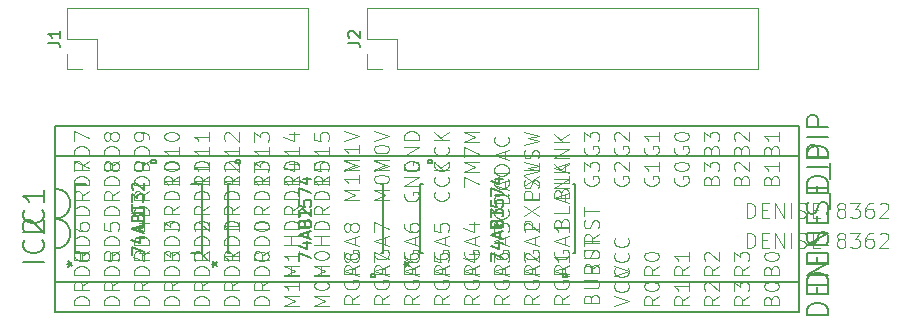
<source format=gto>
G04 #@! TF.GenerationSoftware,KiCad,Pcbnew,5.1.5*
G04 #@! TF.CreationDate,2020-05-31T21:03:52+02:00*
G04 #@! TF.ProjectId,PIV_DeniseAdap,5049565f-4465-46e6-9973-65416461702e,rev?*
G04 #@! TF.SameCoordinates,Original*
G04 #@! TF.FileFunction,Legend,Top*
G04 #@! TF.FilePolarity,Positive*
%FSLAX46Y46*%
G04 Gerber Fmt 4.6, Leading zero omitted, Abs format (unit mm)*
G04 Created by KiCad (PCBNEW 5.1.5) date 2020-05-31 21:03:52*
%MOMM*%
%LPD*%
G04 APERTURE LIST*
%ADD10C,0.152400*%
%ADD11C,0.120000*%
%ADD12C,0.127000*%
%ADD13C,0.150000*%
%ADD14C,0.177800*%
%ADD15C,0.101600*%
G04 APERTURE END LIST*
D10*
X129032000Y-95623901D02*
X129032000Y-95369901D01*
X129413000Y-95623901D02*
X129032000Y-95623901D01*
X129413000Y-95369901D02*
X129413000Y-95623901D01*
X129032000Y-95369901D02*
X129413000Y-95369901D01*
X123525760Y-97409000D02*
X122580400Y-97409000D01*
X132379240Y-103251000D02*
X133324600Y-103251000D01*
X122580400Y-103251000D02*
X123525760Y-103251000D01*
X122580400Y-97409000D02*
X122580400Y-103251000D01*
X133324600Y-97409000D02*
X132379240Y-97409000D01*
X133324600Y-103251000D02*
X133324600Y-97409000D01*
X136207500Y-95623901D02*
X136207500Y-95369901D01*
X136588500Y-95623901D02*
X136207500Y-95623901D01*
X136588500Y-95369901D02*
X136588500Y-95623901D01*
X136207500Y-95369901D02*
X136588500Y-95369901D01*
X147637500Y-105036099D02*
X147637500Y-105290099D01*
X148018500Y-105036099D02*
X147637500Y-105036099D01*
X148018500Y-105290099D02*
X148018500Y-105036099D01*
X147637500Y-105290099D02*
X148018500Y-105290099D01*
X135781260Y-97409000D02*
X135534400Y-97409000D01*
X148444740Y-103251000D02*
X148691600Y-103251000D01*
X135534400Y-103251000D02*
X135781260Y-103251000D01*
X135534400Y-97409000D02*
X135534400Y-103251000D01*
X148691600Y-97409000D02*
X148444740Y-97409000D01*
X148691600Y-103251000D02*
X148691600Y-97409000D01*
X152463500Y-95623901D02*
X152463500Y-95369901D01*
X152844500Y-95623901D02*
X152463500Y-95623901D01*
X152844500Y-95369901D02*
X152844500Y-95623901D01*
X152463500Y-95369901D02*
X152844500Y-95369901D01*
X163893500Y-105036099D02*
X163893500Y-105290099D01*
X164274500Y-105036099D02*
X163893500Y-105036099D01*
X164274500Y-105290099D02*
X164274500Y-105036099D01*
X163893500Y-105290099D02*
X164274500Y-105290099D01*
X152037260Y-97409000D02*
X151790400Y-97409000D01*
X164700740Y-103251000D02*
X164947600Y-103251000D01*
X151790400Y-103251000D02*
X152037260Y-103251000D01*
X151790400Y-97409000D02*
X151790400Y-103251000D01*
X164947600Y-97409000D02*
X164700740Y-97409000D01*
X164947600Y-103251000D02*
X164947600Y-97409000D01*
D11*
X147260000Y-87690000D02*
X147260000Y-86360000D01*
X148590000Y-87690000D02*
X147260000Y-87690000D01*
X147260000Y-85090000D02*
X147260000Y-82490000D01*
X149860000Y-85090000D02*
X147260000Y-85090000D01*
X149860000Y-87690000D02*
X149860000Y-85090000D01*
X147260000Y-82490000D02*
X180400000Y-82490000D01*
X149860000Y-87690000D02*
X180400000Y-87690000D01*
X180400000Y-87690000D02*
X180400000Y-82490000D01*
X121860000Y-87690000D02*
X121860000Y-86360000D01*
X123190000Y-87690000D02*
X121860000Y-87690000D01*
X121860000Y-85090000D02*
X121860000Y-82490000D01*
X124460000Y-85090000D02*
X121860000Y-85090000D01*
X124460000Y-87690000D02*
X124460000Y-85090000D01*
X121860000Y-82490000D02*
X142300000Y-82490000D01*
X124460000Y-87690000D02*
X142300000Y-87690000D01*
X142300000Y-87690000D02*
X142300000Y-82490000D01*
D12*
X120904000Y-102870000D02*
G75*
G03X120904000Y-100330000I0J1270000D01*
G01*
X120904000Y-94996000D02*
X183896000Y-94996000D01*
X120904000Y-94996000D02*
X120904000Y-100330000D01*
X120904000Y-108204000D02*
X183896000Y-108204000D01*
X183896000Y-108204000D02*
X183896000Y-94996000D01*
X120904000Y-102870000D02*
X120904000Y-108204000D01*
X120904000Y-100330000D02*
G75*
G03X120904000Y-97790000I0J1270000D01*
G01*
X120904000Y-92456000D02*
X183896000Y-92456000D01*
X120904000Y-92456000D02*
X120904000Y-97790000D01*
X120904000Y-105664000D02*
X183896000Y-105664000D01*
X183896000Y-105664000D02*
X183896000Y-92456000D01*
X120904000Y-100330000D02*
X120904000Y-105664000D01*
D13*
X127404880Y-101091904D02*
X128214404Y-101091904D01*
X128309642Y-101044285D01*
X128357261Y-100996666D01*
X128404880Y-100901428D01*
X128404880Y-100710952D01*
X128357261Y-100615714D01*
X128309642Y-100568095D01*
X128214404Y-100520476D01*
X127404880Y-100520476D01*
X128404880Y-99520476D02*
X128404880Y-100091904D01*
X128404880Y-99806190D02*
X127404880Y-99806190D01*
X127547738Y-99901428D01*
X127642976Y-99996666D01*
X127690595Y-100091904D01*
X127404880Y-103401428D02*
X127404880Y-102734761D01*
X128404880Y-103163333D01*
X127738214Y-101925238D02*
X128404880Y-101925238D01*
X127357261Y-102163333D02*
X128071547Y-102401428D01*
X128071547Y-101782380D01*
X128119166Y-101449047D02*
X128119166Y-100972857D01*
X128404880Y-101544285D02*
X127404880Y-101210952D01*
X128404880Y-100877619D01*
X127881071Y-100210952D02*
X127928690Y-100068095D01*
X127976309Y-100020476D01*
X128071547Y-99972857D01*
X128214404Y-99972857D01*
X128309642Y-100020476D01*
X128357261Y-100068095D01*
X128404880Y-100163333D01*
X128404880Y-100544285D01*
X127404880Y-100544285D01*
X127404880Y-100210952D01*
X127452500Y-100115714D01*
X127500119Y-100068095D01*
X127595357Y-100020476D01*
X127690595Y-100020476D01*
X127785833Y-100068095D01*
X127833452Y-100115714D01*
X127881071Y-100210952D01*
X127881071Y-100544285D01*
X127404880Y-99687142D02*
X127404880Y-99115714D01*
X128404880Y-99401428D02*
X127404880Y-99401428D01*
X127404880Y-98877619D02*
X127404880Y-98258571D01*
X127785833Y-98591904D01*
X127785833Y-98449047D01*
X127833452Y-98353809D01*
X127881071Y-98306190D01*
X127976309Y-98258571D01*
X128214404Y-98258571D01*
X128309642Y-98306190D01*
X128357261Y-98353809D01*
X128404880Y-98449047D01*
X128404880Y-98734761D01*
X128357261Y-98830000D01*
X128309642Y-98877619D01*
X127500119Y-97877619D02*
X127452500Y-97830000D01*
X127404880Y-97734761D01*
X127404880Y-97496666D01*
X127452500Y-97401428D01*
X127500119Y-97353809D01*
X127595357Y-97306190D01*
X127690595Y-97306190D01*
X127833452Y-97353809D01*
X128404880Y-97925238D01*
X128404880Y-97306190D01*
X121883880Y-104165400D02*
X122121976Y-104165400D01*
X122026738Y-104403495D02*
X122121976Y-104165400D01*
X122026738Y-103927304D01*
X122312452Y-104308257D02*
X122121976Y-104165400D01*
X122312452Y-104022542D01*
X121883880Y-104165400D02*
X122121976Y-104165400D01*
X122026738Y-104403495D02*
X122121976Y-104165400D01*
X122026738Y-103927304D01*
X122312452Y-104308257D02*
X122121976Y-104165400D01*
X122312452Y-104022542D01*
X141565380Y-101091904D02*
X142374904Y-101091904D01*
X142470142Y-101044285D01*
X142517761Y-100996666D01*
X142565380Y-100901428D01*
X142565380Y-100710952D01*
X142517761Y-100615714D01*
X142470142Y-100568095D01*
X142374904Y-100520476D01*
X141565380Y-100520476D01*
X141660619Y-100091904D02*
X141613000Y-100044285D01*
X141565380Y-99949047D01*
X141565380Y-99710952D01*
X141613000Y-99615714D01*
X141660619Y-99568095D01*
X141755857Y-99520476D01*
X141851095Y-99520476D01*
X141993952Y-99568095D01*
X142565380Y-100139523D01*
X142565380Y-99520476D01*
X141565380Y-103877619D02*
X141565380Y-103210952D01*
X142565380Y-103639523D01*
X141898714Y-102401428D02*
X142565380Y-102401428D01*
X141517761Y-102639523D02*
X142232047Y-102877619D01*
X142232047Y-102258571D01*
X142279666Y-101925238D02*
X142279666Y-101449047D01*
X142565380Y-102020476D02*
X141565380Y-101687142D01*
X142565380Y-101353809D01*
X142041571Y-100687142D02*
X142089190Y-100544285D01*
X142136809Y-100496666D01*
X142232047Y-100449047D01*
X142374904Y-100449047D01*
X142470142Y-100496666D01*
X142517761Y-100544285D01*
X142565380Y-100639523D01*
X142565380Y-101020476D01*
X141565380Y-101020476D01*
X141565380Y-100687142D01*
X141613000Y-100591904D01*
X141660619Y-100544285D01*
X141755857Y-100496666D01*
X141851095Y-100496666D01*
X141946333Y-100544285D01*
X141993952Y-100591904D01*
X142041571Y-100687142D01*
X142041571Y-101020476D01*
X141565380Y-100163333D02*
X141565380Y-99591904D01*
X142565380Y-99877619D02*
X141565380Y-99877619D01*
X141565380Y-98782380D02*
X141565380Y-99258571D01*
X142041571Y-99306190D01*
X141993952Y-99258571D01*
X141946333Y-99163333D01*
X141946333Y-98925238D01*
X141993952Y-98830000D01*
X142041571Y-98782380D01*
X142136809Y-98734761D01*
X142374904Y-98734761D01*
X142470142Y-98782380D01*
X142517761Y-98830000D01*
X142565380Y-98925238D01*
X142565380Y-99163333D01*
X142517761Y-99258571D01*
X142470142Y-99306190D01*
X141565380Y-98401428D02*
X141565380Y-97734761D01*
X142565380Y-98163333D01*
X141898714Y-96925238D02*
X142565380Y-96925238D01*
X141517761Y-97163333D02*
X142232047Y-97401428D01*
X142232047Y-96782380D01*
X134139380Y-104165400D02*
X134377476Y-104165400D01*
X134282238Y-104403495D02*
X134377476Y-104165400D01*
X134282238Y-103927304D01*
X134567952Y-104308257D02*
X134377476Y-104165400D01*
X134567952Y-104022542D01*
X134139380Y-104165400D02*
X134377476Y-104165400D01*
X134282238Y-104403495D02*
X134377476Y-104165400D01*
X134282238Y-103927304D01*
X134567952Y-104308257D02*
X134377476Y-104165400D01*
X134567952Y-104022542D01*
X157821380Y-101091904D02*
X158630904Y-101091904D01*
X158726142Y-101044285D01*
X158773761Y-100996666D01*
X158821380Y-100901428D01*
X158821380Y-100710952D01*
X158773761Y-100615714D01*
X158726142Y-100568095D01*
X158630904Y-100520476D01*
X157821380Y-100520476D01*
X157821380Y-100139523D02*
X157821380Y-99520476D01*
X158202333Y-99853809D01*
X158202333Y-99710952D01*
X158249952Y-99615714D01*
X158297571Y-99568095D01*
X158392809Y-99520476D01*
X158630904Y-99520476D01*
X158726142Y-99568095D01*
X158773761Y-99615714D01*
X158821380Y-99710952D01*
X158821380Y-99996666D01*
X158773761Y-100091904D01*
X158726142Y-100139523D01*
X157821380Y-103877619D02*
X157821380Y-103210952D01*
X158821380Y-103639523D01*
X158154714Y-102401428D02*
X158821380Y-102401428D01*
X157773761Y-102639523D02*
X158488047Y-102877619D01*
X158488047Y-102258571D01*
X158535666Y-101925238D02*
X158535666Y-101449047D01*
X158821380Y-102020476D02*
X157821380Y-101687142D01*
X158821380Y-101353809D01*
X158297571Y-100687142D02*
X158345190Y-100544285D01*
X158392809Y-100496666D01*
X158488047Y-100449047D01*
X158630904Y-100449047D01*
X158726142Y-100496666D01*
X158773761Y-100544285D01*
X158821380Y-100639523D01*
X158821380Y-101020476D01*
X157821380Y-101020476D01*
X157821380Y-100687142D01*
X157869000Y-100591904D01*
X157916619Y-100544285D01*
X158011857Y-100496666D01*
X158107095Y-100496666D01*
X158202333Y-100544285D01*
X158249952Y-100591904D01*
X158297571Y-100687142D01*
X158297571Y-101020476D01*
X157821380Y-100163333D02*
X157821380Y-99591904D01*
X158821380Y-99877619D02*
X157821380Y-99877619D01*
X157821380Y-98782380D02*
X157821380Y-99258571D01*
X158297571Y-99306190D01*
X158249952Y-99258571D01*
X158202333Y-99163333D01*
X158202333Y-98925238D01*
X158249952Y-98830000D01*
X158297571Y-98782380D01*
X158392809Y-98734761D01*
X158630904Y-98734761D01*
X158726142Y-98782380D01*
X158773761Y-98830000D01*
X158821380Y-98925238D01*
X158821380Y-99163333D01*
X158773761Y-99258571D01*
X158726142Y-99306190D01*
X157821380Y-98401428D02*
X157821380Y-97734761D01*
X158821380Y-98163333D01*
X158154714Y-96925238D02*
X158821380Y-96925238D01*
X157773761Y-97163333D02*
X158488047Y-97401428D01*
X158488047Y-96782380D01*
X150395380Y-104165400D02*
X150633476Y-104165400D01*
X150538238Y-104403495D02*
X150633476Y-104165400D01*
X150538238Y-103927304D01*
X150823952Y-104308257D02*
X150633476Y-104165400D01*
X150823952Y-104022542D01*
X150395380Y-104165400D02*
X150633476Y-104165400D01*
X150538238Y-104403495D02*
X150633476Y-104165400D01*
X150538238Y-103927304D01*
X150823952Y-104308257D02*
X150633476Y-104165400D01*
X150823952Y-104022542D01*
X145712380Y-85423333D02*
X146426666Y-85423333D01*
X146569523Y-85470952D01*
X146664761Y-85566190D01*
X146712380Y-85709047D01*
X146712380Y-85804285D01*
X145807619Y-84994761D02*
X145760000Y-84947142D01*
X145712380Y-84851904D01*
X145712380Y-84613809D01*
X145760000Y-84518571D01*
X145807619Y-84470952D01*
X145902857Y-84423333D01*
X145998095Y-84423333D01*
X146140952Y-84470952D01*
X146712380Y-85042380D01*
X146712380Y-84423333D01*
X120312380Y-85423333D02*
X121026666Y-85423333D01*
X121169523Y-85470952D01*
X121264761Y-85566190D01*
X121312380Y-85709047D01*
X121312380Y-85804285D01*
X121312380Y-84423333D02*
X121312380Y-84994761D01*
X121312380Y-84709047D02*
X120312380Y-84709047D01*
X120455238Y-84804285D01*
X120550476Y-84899523D01*
X120598095Y-84994761D01*
D14*
X119930333Y-103970666D02*
X118152333Y-103970666D01*
X119761000Y-102108000D02*
X119845666Y-102192666D01*
X119930333Y-102446666D01*
X119930333Y-102616000D01*
X119845666Y-102870000D01*
X119676333Y-103039333D01*
X119507000Y-103124000D01*
X119168333Y-103208666D01*
X118914333Y-103208666D01*
X118575666Y-103124000D01*
X118406333Y-103039333D01*
X118237000Y-102870000D01*
X118152333Y-102616000D01*
X118152333Y-102446666D01*
X118237000Y-102192666D01*
X118321666Y-102108000D01*
X118321666Y-101430666D02*
X118237000Y-101346000D01*
X118152333Y-101176666D01*
X118152333Y-100753333D01*
X118237000Y-100584000D01*
X118321666Y-100499333D01*
X118491000Y-100414666D01*
X118660333Y-100414666D01*
X118914333Y-100499333D01*
X119930333Y-101515333D01*
X119930333Y-100414666D01*
X186300533Y-108500333D02*
X184522533Y-108500333D01*
X184522533Y-108077000D01*
X184607200Y-107823000D01*
X184776533Y-107653666D01*
X184945866Y-107569000D01*
X185284533Y-107484333D01*
X185538533Y-107484333D01*
X185877200Y-107569000D01*
X186046533Y-107653666D01*
X186215866Y-107823000D01*
X186300533Y-108077000D01*
X186300533Y-108500333D01*
X185369200Y-106722333D02*
X185369200Y-106129666D01*
X186300533Y-105875666D02*
X186300533Y-106722333D01*
X184522533Y-106722333D01*
X184522533Y-105875666D01*
X186300533Y-105113666D02*
X184522533Y-105113666D01*
X186300533Y-104097666D01*
X184522533Y-104097666D01*
X186300533Y-103251000D02*
X184522533Y-103251000D01*
X186215866Y-102489000D02*
X186300533Y-102235000D01*
X186300533Y-101811666D01*
X186215866Y-101642333D01*
X186131200Y-101557666D01*
X185961866Y-101473000D01*
X185792533Y-101473000D01*
X185623200Y-101557666D01*
X185538533Y-101642333D01*
X185453866Y-101811666D01*
X185369200Y-102150333D01*
X185284533Y-102319666D01*
X185199866Y-102404333D01*
X185030533Y-102489000D01*
X184861200Y-102489000D01*
X184691866Y-102404333D01*
X184607200Y-102319666D01*
X184522533Y-102150333D01*
X184522533Y-101727000D01*
X184607200Y-101473000D01*
X185369200Y-100711000D02*
X185369200Y-100118333D01*
X186300533Y-99864333D02*
X186300533Y-100711000D01*
X184522533Y-100711000D01*
X184522533Y-99864333D01*
X186469866Y-99525666D02*
X186469866Y-98171000D01*
X186300533Y-97747666D02*
X184522533Y-97747666D01*
X184522533Y-97324333D01*
X184607200Y-97070333D01*
X184776533Y-96901000D01*
X184945866Y-96816333D01*
X185284533Y-96731666D01*
X185538533Y-96731666D01*
X185877200Y-96816333D01*
X186046533Y-96901000D01*
X186215866Y-97070333D01*
X186300533Y-97324333D01*
X186300533Y-97747666D01*
X186300533Y-95969666D02*
X184522533Y-95969666D01*
X186300533Y-95123000D02*
X184522533Y-95123000D01*
X184522533Y-94445666D01*
X184607200Y-94276333D01*
X184691866Y-94191666D01*
X184861200Y-94107000D01*
X185115200Y-94107000D01*
X185284533Y-94191666D01*
X185369200Y-94276333D01*
X185453866Y-94445666D01*
X185453866Y-95123000D01*
D15*
X141544523Y-107738333D02*
X140274523Y-107738333D01*
X141181666Y-107315000D01*
X140274523Y-106891666D01*
X141544523Y-106891666D01*
X141544523Y-105621666D02*
X141544523Y-106347380D01*
X141544523Y-105984523D02*
X140274523Y-105984523D01*
X140455952Y-106105476D01*
X140576904Y-106226428D01*
X140637380Y-106347380D01*
X141544523Y-105077380D02*
X140274523Y-105077380D01*
X140879285Y-105077380D02*
X140879285Y-104351666D01*
X141544523Y-104351666D02*
X140274523Y-104351666D01*
X144084523Y-107738333D02*
X142814523Y-107738333D01*
X143721666Y-107315000D01*
X142814523Y-106891666D01*
X144084523Y-106891666D01*
X142814523Y-106045000D02*
X142814523Y-105924047D01*
X142875000Y-105803095D01*
X142935476Y-105742619D01*
X143056428Y-105682142D01*
X143298333Y-105621666D01*
X143600714Y-105621666D01*
X143842619Y-105682142D01*
X143963571Y-105742619D01*
X144024047Y-105803095D01*
X144084523Y-105924047D01*
X144084523Y-106045000D01*
X144024047Y-106165952D01*
X143963571Y-106226428D01*
X143842619Y-106286904D01*
X143600714Y-106347380D01*
X143298333Y-106347380D01*
X143056428Y-106286904D01*
X142935476Y-106226428D01*
X142875000Y-106165952D01*
X142814523Y-106045000D01*
X144084523Y-105077380D02*
X142814523Y-105077380D01*
X143419285Y-105077380D02*
X143419285Y-104351666D01*
X144084523Y-104351666D02*
X142814523Y-104351666D01*
X146624523Y-106800952D02*
X146019761Y-107224285D01*
X146624523Y-107526666D02*
X145354523Y-107526666D01*
X145354523Y-107042857D01*
X145415000Y-106921904D01*
X145475476Y-106861428D01*
X145596428Y-106800952D01*
X145777857Y-106800952D01*
X145898809Y-106861428D01*
X145959285Y-106921904D01*
X146019761Y-107042857D01*
X146019761Y-107526666D01*
X145415000Y-105591428D02*
X145354523Y-105712380D01*
X145354523Y-105893809D01*
X145415000Y-106075238D01*
X145535952Y-106196190D01*
X145656904Y-106256666D01*
X145898809Y-106317142D01*
X146080238Y-106317142D01*
X146322142Y-106256666D01*
X146443095Y-106196190D01*
X146564047Y-106075238D01*
X146624523Y-105893809D01*
X146624523Y-105772857D01*
X146564047Y-105591428D01*
X146503571Y-105530952D01*
X146080238Y-105530952D01*
X146080238Y-105772857D01*
X146261666Y-105047142D02*
X146261666Y-104442380D01*
X146624523Y-105168095D02*
X145354523Y-104744761D01*
X146624523Y-104321428D01*
X145898809Y-103716666D02*
X145838333Y-103837619D01*
X145777857Y-103898095D01*
X145656904Y-103958571D01*
X145596428Y-103958571D01*
X145475476Y-103898095D01*
X145415000Y-103837619D01*
X145354523Y-103716666D01*
X145354523Y-103474761D01*
X145415000Y-103353809D01*
X145475476Y-103293333D01*
X145596428Y-103232857D01*
X145656904Y-103232857D01*
X145777857Y-103293333D01*
X145838333Y-103353809D01*
X145898809Y-103474761D01*
X145898809Y-103716666D01*
X145959285Y-103837619D01*
X146019761Y-103898095D01*
X146140714Y-103958571D01*
X146382619Y-103958571D01*
X146503571Y-103898095D01*
X146564047Y-103837619D01*
X146624523Y-103716666D01*
X146624523Y-103474761D01*
X146564047Y-103353809D01*
X146503571Y-103293333D01*
X146382619Y-103232857D01*
X146140714Y-103232857D01*
X146019761Y-103293333D01*
X145959285Y-103353809D01*
X145898809Y-103474761D01*
X149164523Y-106800952D02*
X148559761Y-107224285D01*
X149164523Y-107526666D02*
X147894523Y-107526666D01*
X147894523Y-107042857D01*
X147955000Y-106921904D01*
X148015476Y-106861428D01*
X148136428Y-106800952D01*
X148317857Y-106800952D01*
X148438809Y-106861428D01*
X148499285Y-106921904D01*
X148559761Y-107042857D01*
X148559761Y-107526666D01*
X147955000Y-105591428D02*
X147894523Y-105712380D01*
X147894523Y-105893809D01*
X147955000Y-106075238D01*
X148075952Y-106196190D01*
X148196904Y-106256666D01*
X148438809Y-106317142D01*
X148620238Y-106317142D01*
X148862142Y-106256666D01*
X148983095Y-106196190D01*
X149104047Y-106075238D01*
X149164523Y-105893809D01*
X149164523Y-105772857D01*
X149104047Y-105591428D01*
X149043571Y-105530952D01*
X148620238Y-105530952D01*
X148620238Y-105772857D01*
X148801666Y-105047142D02*
X148801666Y-104442380D01*
X149164523Y-105168095D02*
X147894523Y-104744761D01*
X149164523Y-104321428D01*
X147894523Y-104019047D02*
X147894523Y-103172380D01*
X149164523Y-103716666D01*
X151704523Y-106800952D02*
X151099761Y-107224285D01*
X151704523Y-107526666D02*
X150434523Y-107526666D01*
X150434523Y-107042857D01*
X150495000Y-106921904D01*
X150555476Y-106861428D01*
X150676428Y-106800952D01*
X150857857Y-106800952D01*
X150978809Y-106861428D01*
X151039285Y-106921904D01*
X151099761Y-107042857D01*
X151099761Y-107526666D01*
X150495000Y-105591428D02*
X150434523Y-105712380D01*
X150434523Y-105893809D01*
X150495000Y-106075238D01*
X150615952Y-106196190D01*
X150736904Y-106256666D01*
X150978809Y-106317142D01*
X151160238Y-106317142D01*
X151402142Y-106256666D01*
X151523095Y-106196190D01*
X151644047Y-106075238D01*
X151704523Y-105893809D01*
X151704523Y-105772857D01*
X151644047Y-105591428D01*
X151583571Y-105530952D01*
X151160238Y-105530952D01*
X151160238Y-105772857D01*
X151341666Y-105047142D02*
X151341666Y-104442380D01*
X151704523Y-105168095D02*
X150434523Y-104744761D01*
X151704523Y-104321428D01*
X150434523Y-103353809D02*
X150434523Y-103595714D01*
X150495000Y-103716666D01*
X150555476Y-103777142D01*
X150736904Y-103898095D01*
X150978809Y-103958571D01*
X151462619Y-103958571D01*
X151583571Y-103898095D01*
X151644047Y-103837619D01*
X151704523Y-103716666D01*
X151704523Y-103474761D01*
X151644047Y-103353809D01*
X151583571Y-103293333D01*
X151462619Y-103232857D01*
X151160238Y-103232857D01*
X151039285Y-103293333D01*
X150978809Y-103353809D01*
X150918333Y-103474761D01*
X150918333Y-103716666D01*
X150978809Y-103837619D01*
X151039285Y-103898095D01*
X151160238Y-103958571D01*
X154244523Y-106800952D02*
X153639761Y-107224285D01*
X154244523Y-107526666D02*
X152974523Y-107526666D01*
X152974523Y-107042857D01*
X153035000Y-106921904D01*
X153095476Y-106861428D01*
X153216428Y-106800952D01*
X153397857Y-106800952D01*
X153518809Y-106861428D01*
X153579285Y-106921904D01*
X153639761Y-107042857D01*
X153639761Y-107526666D01*
X153035000Y-105591428D02*
X152974523Y-105712380D01*
X152974523Y-105893809D01*
X153035000Y-106075238D01*
X153155952Y-106196190D01*
X153276904Y-106256666D01*
X153518809Y-106317142D01*
X153700238Y-106317142D01*
X153942142Y-106256666D01*
X154063095Y-106196190D01*
X154184047Y-106075238D01*
X154244523Y-105893809D01*
X154244523Y-105772857D01*
X154184047Y-105591428D01*
X154123571Y-105530952D01*
X153700238Y-105530952D01*
X153700238Y-105772857D01*
X153881666Y-105047142D02*
X153881666Y-104442380D01*
X154244523Y-105168095D02*
X152974523Y-104744761D01*
X154244523Y-104321428D01*
X152974523Y-103293333D02*
X152974523Y-103898095D01*
X153579285Y-103958571D01*
X153518809Y-103898095D01*
X153458333Y-103777142D01*
X153458333Y-103474761D01*
X153518809Y-103353809D01*
X153579285Y-103293333D01*
X153700238Y-103232857D01*
X154002619Y-103232857D01*
X154123571Y-103293333D01*
X154184047Y-103353809D01*
X154244523Y-103474761D01*
X154244523Y-103777142D01*
X154184047Y-103898095D01*
X154123571Y-103958571D01*
X156784523Y-106800952D02*
X156179761Y-107224285D01*
X156784523Y-107526666D02*
X155514523Y-107526666D01*
X155514523Y-107042857D01*
X155575000Y-106921904D01*
X155635476Y-106861428D01*
X155756428Y-106800952D01*
X155937857Y-106800952D01*
X156058809Y-106861428D01*
X156119285Y-106921904D01*
X156179761Y-107042857D01*
X156179761Y-107526666D01*
X155575000Y-105591428D02*
X155514523Y-105712380D01*
X155514523Y-105893809D01*
X155575000Y-106075238D01*
X155695952Y-106196190D01*
X155816904Y-106256666D01*
X156058809Y-106317142D01*
X156240238Y-106317142D01*
X156482142Y-106256666D01*
X156603095Y-106196190D01*
X156724047Y-106075238D01*
X156784523Y-105893809D01*
X156784523Y-105772857D01*
X156724047Y-105591428D01*
X156663571Y-105530952D01*
X156240238Y-105530952D01*
X156240238Y-105772857D01*
X156421666Y-105047142D02*
X156421666Y-104442380D01*
X156784523Y-105168095D02*
X155514523Y-104744761D01*
X156784523Y-104321428D01*
X155937857Y-103353809D02*
X156784523Y-103353809D01*
X155454047Y-103656190D02*
X156361190Y-103958571D01*
X156361190Y-103172380D01*
X159324523Y-106800952D02*
X158719761Y-107224285D01*
X159324523Y-107526666D02*
X158054523Y-107526666D01*
X158054523Y-107042857D01*
X158115000Y-106921904D01*
X158175476Y-106861428D01*
X158296428Y-106800952D01*
X158477857Y-106800952D01*
X158598809Y-106861428D01*
X158659285Y-106921904D01*
X158719761Y-107042857D01*
X158719761Y-107526666D01*
X158115000Y-105591428D02*
X158054523Y-105712380D01*
X158054523Y-105893809D01*
X158115000Y-106075238D01*
X158235952Y-106196190D01*
X158356904Y-106256666D01*
X158598809Y-106317142D01*
X158780238Y-106317142D01*
X159022142Y-106256666D01*
X159143095Y-106196190D01*
X159264047Y-106075238D01*
X159324523Y-105893809D01*
X159324523Y-105772857D01*
X159264047Y-105591428D01*
X159203571Y-105530952D01*
X158780238Y-105530952D01*
X158780238Y-105772857D01*
X158961666Y-105047142D02*
X158961666Y-104442380D01*
X159324523Y-105168095D02*
X158054523Y-104744761D01*
X159324523Y-104321428D01*
X158054523Y-104019047D02*
X158054523Y-103232857D01*
X158538333Y-103656190D01*
X158538333Y-103474761D01*
X158598809Y-103353809D01*
X158659285Y-103293333D01*
X158780238Y-103232857D01*
X159082619Y-103232857D01*
X159203571Y-103293333D01*
X159264047Y-103353809D01*
X159324523Y-103474761D01*
X159324523Y-103837619D01*
X159264047Y-103958571D01*
X159203571Y-104019047D01*
X161864523Y-106800952D02*
X161259761Y-107224285D01*
X161864523Y-107526666D02*
X160594523Y-107526666D01*
X160594523Y-107042857D01*
X160655000Y-106921904D01*
X160715476Y-106861428D01*
X160836428Y-106800952D01*
X161017857Y-106800952D01*
X161138809Y-106861428D01*
X161199285Y-106921904D01*
X161259761Y-107042857D01*
X161259761Y-107526666D01*
X160655000Y-105591428D02*
X160594523Y-105712380D01*
X160594523Y-105893809D01*
X160655000Y-106075238D01*
X160775952Y-106196190D01*
X160896904Y-106256666D01*
X161138809Y-106317142D01*
X161320238Y-106317142D01*
X161562142Y-106256666D01*
X161683095Y-106196190D01*
X161804047Y-106075238D01*
X161864523Y-105893809D01*
X161864523Y-105772857D01*
X161804047Y-105591428D01*
X161743571Y-105530952D01*
X161320238Y-105530952D01*
X161320238Y-105772857D01*
X161501666Y-105047142D02*
X161501666Y-104442380D01*
X161864523Y-105168095D02*
X160594523Y-104744761D01*
X161864523Y-104321428D01*
X160715476Y-103958571D02*
X160655000Y-103898095D01*
X160594523Y-103777142D01*
X160594523Y-103474761D01*
X160655000Y-103353809D01*
X160715476Y-103293333D01*
X160836428Y-103232857D01*
X160957380Y-103232857D01*
X161138809Y-103293333D01*
X161864523Y-104019047D01*
X161864523Y-103232857D01*
X164404523Y-106800952D02*
X163799761Y-107224285D01*
X164404523Y-107526666D02*
X163134523Y-107526666D01*
X163134523Y-107042857D01*
X163195000Y-106921904D01*
X163255476Y-106861428D01*
X163376428Y-106800952D01*
X163557857Y-106800952D01*
X163678809Y-106861428D01*
X163739285Y-106921904D01*
X163799761Y-107042857D01*
X163799761Y-107526666D01*
X163195000Y-105591428D02*
X163134523Y-105712380D01*
X163134523Y-105893809D01*
X163195000Y-106075238D01*
X163315952Y-106196190D01*
X163436904Y-106256666D01*
X163678809Y-106317142D01*
X163860238Y-106317142D01*
X164102142Y-106256666D01*
X164223095Y-106196190D01*
X164344047Y-106075238D01*
X164404523Y-105893809D01*
X164404523Y-105772857D01*
X164344047Y-105591428D01*
X164283571Y-105530952D01*
X163860238Y-105530952D01*
X163860238Y-105772857D01*
X164041666Y-105047142D02*
X164041666Y-104442380D01*
X164404523Y-105168095D02*
X163134523Y-104744761D01*
X164404523Y-104321428D01*
X164404523Y-103232857D02*
X164404523Y-103958571D01*
X164404523Y-103595714D02*
X163134523Y-103595714D01*
X163315952Y-103716666D01*
X163436904Y-103837619D01*
X163497380Y-103958571D01*
X166279285Y-107073095D02*
X166339761Y-106891666D01*
X166400238Y-106831190D01*
X166521190Y-106770714D01*
X166702619Y-106770714D01*
X166823571Y-106831190D01*
X166884047Y-106891666D01*
X166944523Y-107012619D01*
X166944523Y-107496428D01*
X165674523Y-107496428D01*
X165674523Y-107073095D01*
X165735000Y-106952142D01*
X165795476Y-106891666D01*
X165916428Y-106831190D01*
X166037380Y-106831190D01*
X166158333Y-106891666D01*
X166218809Y-106952142D01*
X166279285Y-107073095D01*
X166279285Y-107496428D01*
X165674523Y-106226428D02*
X166702619Y-106226428D01*
X166823571Y-106165952D01*
X166884047Y-106105476D01*
X166944523Y-105984523D01*
X166944523Y-105742619D01*
X166884047Y-105621666D01*
X166823571Y-105561190D01*
X166702619Y-105500714D01*
X165674523Y-105500714D01*
X166944523Y-104170238D02*
X166339761Y-104593571D01*
X166944523Y-104895952D02*
X165674523Y-104895952D01*
X165674523Y-104412142D01*
X165735000Y-104291190D01*
X165795476Y-104230714D01*
X165916428Y-104170238D01*
X166097857Y-104170238D01*
X166218809Y-104230714D01*
X166279285Y-104291190D01*
X166339761Y-104412142D01*
X166339761Y-104895952D01*
X166884047Y-103686428D02*
X166944523Y-103505000D01*
X166944523Y-103202619D01*
X166884047Y-103081666D01*
X166823571Y-103021190D01*
X166702619Y-102960714D01*
X166581666Y-102960714D01*
X166460714Y-103021190D01*
X166400238Y-103081666D01*
X166339761Y-103202619D01*
X166279285Y-103444523D01*
X166218809Y-103565476D01*
X166158333Y-103625952D01*
X166037380Y-103686428D01*
X165916428Y-103686428D01*
X165795476Y-103625952D01*
X165735000Y-103565476D01*
X165674523Y-103444523D01*
X165674523Y-103142142D01*
X165735000Y-102960714D01*
X165674523Y-102597857D02*
X165674523Y-101872142D01*
X166944523Y-102235000D02*
X165674523Y-102235000D01*
X172024523Y-106891666D02*
X171419761Y-107315000D01*
X172024523Y-107617380D02*
X170754523Y-107617380D01*
X170754523Y-107133571D01*
X170815000Y-107012619D01*
X170875476Y-106952142D01*
X170996428Y-106891666D01*
X171177857Y-106891666D01*
X171298809Y-106952142D01*
X171359285Y-107012619D01*
X171419761Y-107133571D01*
X171419761Y-107617380D01*
X170754523Y-106105476D02*
X170754523Y-105984523D01*
X170815000Y-105863571D01*
X170875476Y-105803095D01*
X170996428Y-105742619D01*
X171238333Y-105682142D01*
X171540714Y-105682142D01*
X171782619Y-105742619D01*
X171903571Y-105803095D01*
X171964047Y-105863571D01*
X172024523Y-105984523D01*
X172024523Y-106105476D01*
X171964047Y-106226428D01*
X171903571Y-106286904D01*
X171782619Y-106347380D01*
X171540714Y-106407857D01*
X171238333Y-106407857D01*
X170996428Y-106347380D01*
X170875476Y-106286904D01*
X170815000Y-106226428D01*
X170754523Y-106105476D01*
X174564523Y-106891666D02*
X173959761Y-107315000D01*
X174564523Y-107617380D02*
X173294523Y-107617380D01*
X173294523Y-107133571D01*
X173355000Y-107012619D01*
X173415476Y-106952142D01*
X173536428Y-106891666D01*
X173717857Y-106891666D01*
X173838809Y-106952142D01*
X173899285Y-107012619D01*
X173959761Y-107133571D01*
X173959761Y-107617380D01*
X174564523Y-105682142D02*
X174564523Y-106407857D01*
X174564523Y-106045000D02*
X173294523Y-106045000D01*
X173475952Y-106165952D01*
X173596904Y-106286904D01*
X173657380Y-106407857D01*
X177104523Y-106891666D02*
X176499761Y-107315000D01*
X177104523Y-107617380D02*
X175834523Y-107617380D01*
X175834523Y-107133571D01*
X175895000Y-107012619D01*
X175955476Y-106952142D01*
X176076428Y-106891666D01*
X176257857Y-106891666D01*
X176378809Y-106952142D01*
X176439285Y-107012619D01*
X176499761Y-107133571D01*
X176499761Y-107617380D01*
X175955476Y-106407857D02*
X175895000Y-106347380D01*
X175834523Y-106226428D01*
X175834523Y-105924047D01*
X175895000Y-105803095D01*
X175955476Y-105742619D01*
X176076428Y-105682142D01*
X176197380Y-105682142D01*
X176378809Y-105742619D01*
X177104523Y-106468333D01*
X177104523Y-105682142D01*
X179644523Y-106891666D02*
X179039761Y-107315000D01*
X179644523Y-107617380D02*
X178374523Y-107617380D01*
X178374523Y-107133571D01*
X178435000Y-107012619D01*
X178495476Y-106952142D01*
X178616428Y-106891666D01*
X178797857Y-106891666D01*
X178918809Y-106952142D01*
X178979285Y-107012619D01*
X179039761Y-107133571D01*
X179039761Y-107617380D01*
X178374523Y-106468333D02*
X178374523Y-105682142D01*
X178858333Y-106105476D01*
X178858333Y-105924047D01*
X178918809Y-105803095D01*
X178979285Y-105742619D01*
X179100238Y-105682142D01*
X179402619Y-105682142D01*
X179523571Y-105742619D01*
X179584047Y-105803095D01*
X179644523Y-105924047D01*
X179644523Y-106286904D01*
X179584047Y-106407857D01*
X179523571Y-106468333D01*
X181519285Y-107194047D02*
X181579761Y-107012619D01*
X181640238Y-106952142D01*
X181761190Y-106891666D01*
X181942619Y-106891666D01*
X182063571Y-106952142D01*
X182124047Y-107012619D01*
X182184523Y-107133571D01*
X182184523Y-107617380D01*
X180914523Y-107617380D01*
X180914523Y-107194047D01*
X180975000Y-107073095D01*
X181035476Y-107012619D01*
X181156428Y-106952142D01*
X181277380Y-106952142D01*
X181398333Y-107012619D01*
X181458809Y-107073095D01*
X181519285Y-107194047D01*
X181519285Y-107617380D01*
X180914523Y-106105476D02*
X180914523Y-105984523D01*
X180975000Y-105863571D01*
X181035476Y-105803095D01*
X181156428Y-105742619D01*
X181398333Y-105682142D01*
X181700714Y-105682142D01*
X181942619Y-105742619D01*
X182063571Y-105803095D01*
X182124047Y-105863571D01*
X182184523Y-105984523D01*
X182184523Y-106105476D01*
X182124047Y-106226428D01*
X182063571Y-106286904D01*
X181942619Y-106347380D01*
X181700714Y-106407857D01*
X181398333Y-106407857D01*
X181156428Y-106347380D01*
X181035476Y-106286904D01*
X180975000Y-106226428D01*
X180914523Y-106105476D01*
X181519285Y-97034047D02*
X181579761Y-96852619D01*
X181640238Y-96792142D01*
X181761190Y-96731666D01*
X181942619Y-96731666D01*
X182063571Y-96792142D01*
X182124047Y-96852619D01*
X182184523Y-96973571D01*
X182184523Y-97457380D01*
X180914523Y-97457380D01*
X180914523Y-97034047D01*
X180975000Y-96913095D01*
X181035476Y-96852619D01*
X181156428Y-96792142D01*
X181277380Y-96792142D01*
X181398333Y-96852619D01*
X181458809Y-96913095D01*
X181519285Y-97034047D01*
X181519285Y-97457380D01*
X182184523Y-95522142D02*
X182184523Y-96247857D01*
X182184523Y-95885000D02*
X180914523Y-95885000D01*
X181095952Y-96005952D01*
X181216904Y-96126904D01*
X181277380Y-96247857D01*
X178979285Y-97034047D02*
X179039761Y-96852619D01*
X179100238Y-96792142D01*
X179221190Y-96731666D01*
X179402619Y-96731666D01*
X179523571Y-96792142D01*
X179584047Y-96852619D01*
X179644523Y-96973571D01*
X179644523Y-97457380D01*
X178374523Y-97457380D01*
X178374523Y-97034047D01*
X178435000Y-96913095D01*
X178495476Y-96852619D01*
X178616428Y-96792142D01*
X178737380Y-96792142D01*
X178858333Y-96852619D01*
X178918809Y-96913095D01*
X178979285Y-97034047D01*
X178979285Y-97457380D01*
X178495476Y-96247857D02*
X178435000Y-96187380D01*
X178374523Y-96066428D01*
X178374523Y-95764047D01*
X178435000Y-95643095D01*
X178495476Y-95582619D01*
X178616428Y-95522142D01*
X178737380Y-95522142D01*
X178918809Y-95582619D01*
X179644523Y-96308333D01*
X179644523Y-95522142D01*
X176439285Y-97034047D02*
X176499761Y-96852619D01*
X176560238Y-96792142D01*
X176681190Y-96731666D01*
X176862619Y-96731666D01*
X176983571Y-96792142D01*
X177044047Y-96852619D01*
X177104523Y-96973571D01*
X177104523Y-97457380D01*
X175834523Y-97457380D01*
X175834523Y-97034047D01*
X175895000Y-96913095D01*
X175955476Y-96852619D01*
X176076428Y-96792142D01*
X176197380Y-96792142D01*
X176318333Y-96852619D01*
X176378809Y-96913095D01*
X176439285Y-97034047D01*
X176439285Y-97457380D01*
X175834523Y-96308333D02*
X175834523Y-95522142D01*
X176318333Y-95945476D01*
X176318333Y-95764047D01*
X176378809Y-95643095D01*
X176439285Y-95582619D01*
X176560238Y-95522142D01*
X176862619Y-95522142D01*
X176983571Y-95582619D01*
X177044047Y-95643095D01*
X177104523Y-95764047D01*
X177104523Y-96126904D01*
X177044047Y-96247857D01*
X176983571Y-96308333D01*
X173355000Y-96792142D02*
X173294523Y-96913095D01*
X173294523Y-97094523D01*
X173355000Y-97275952D01*
X173475952Y-97396904D01*
X173596904Y-97457380D01*
X173838809Y-97517857D01*
X174020238Y-97517857D01*
X174262142Y-97457380D01*
X174383095Y-97396904D01*
X174504047Y-97275952D01*
X174564523Y-97094523D01*
X174564523Y-96973571D01*
X174504047Y-96792142D01*
X174443571Y-96731666D01*
X174020238Y-96731666D01*
X174020238Y-96973571D01*
X173294523Y-95945476D02*
X173294523Y-95824523D01*
X173355000Y-95703571D01*
X173415476Y-95643095D01*
X173536428Y-95582619D01*
X173778333Y-95522142D01*
X174080714Y-95522142D01*
X174322619Y-95582619D01*
X174443571Y-95643095D01*
X174504047Y-95703571D01*
X174564523Y-95824523D01*
X174564523Y-95945476D01*
X174504047Y-96066428D01*
X174443571Y-96126904D01*
X174322619Y-96187380D01*
X174080714Y-96247857D01*
X173778333Y-96247857D01*
X173536428Y-96187380D01*
X173415476Y-96126904D01*
X173355000Y-96066428D01*
X173294523Y-95945476D01*
X170815000Y-96792142D02*
X170754523Y-96913095D01*
X170754523Y-97094523D01*
X170815000Y-97275952D01*
X170935952Y-97396904D01*
X171056904Y-97457380D01*
X171298809Y-97517857D01*
X171480238Y-97517857D01*
X171722142Y-97457380D01*
X171843095Y-97396904D01*
X171964047Y-97275952D01*
X172024523Y-97094523D01*
X172024523Y-96973571D01*
X171964047Y-96792142D01*
X171903571Y-96731666D01*
X171480238Y-96731666D01*
X171480238Y-96973571D01*
X172024523Y-95522142D02*
X172024523Y-96247857D01*
X172024523Y-95885000D02*
X170754523Y-95885000D01*
X170935952Y-96005952D01*
X171056904Y-96126904D01*
X171117380Y-96247857D01*
X168275000Y-96792142D02*
X168214523Y-96913095D01*
X168214523Y-97094523D01*
X168275000Y-97275952D01*
X168395952Y-97396904D01*
X168516904Y-97457380D01*
X168758809Y-97517857D01*
X168940238Y-97517857D01*
X169182142Y-97457380D01*
X169303095Y-97396904D01*
X169424047Y-97275952D01*
X169484523Y-97094523D01*
X169484523Y-96973571D01*
X169424047Y-96792142D01*
X169363571Y-96731666D01*
X168940238Y-96731666D01*
X168940238Y-96973571D01*
X168335476Y-96247857D02*
X168275000Y-96187380D01*
X168214523Y-96066428D01*
X168214523Y-95764047D01*
X168275000Y-95643095D01*
X168335476Y-95582619D01*
X168456428Y-95522142D01*
X168577380Y-95522142D01*
X168758809Y-95582619D01*
X169484523Y-96308333D01*
X169484523Y-95522142D01*
X165735000Y-96792142D02*
X165674523Y-96913095D01*
X165674523Y-97094523D01*
X165735000Y-97275952D01*
X165855952Y-97396904D01*
X165976904Y-97457380D01*
X166218809Y-97517857D01*
X166400238Y-97517857D01*
X166642142Y-97457380D01*
X166763095Y-97396904D01*
X166884047Y-97275952D01*
X166944523Y-97094523D01*
X166944523Y-96973571D01*
X166884047Y-96792142D01*
X166823571Y-96731666D01*
X166400238Y-96731666D01*
X166400238Y-96973571D01*
X165674523Y-96308333D02*
X165674523Y-95522142D01*
X166158333Y-95945476D01*
X166158333Y-95764047D01*
X166218809Y-95643095D01*
X166279285Y-95582619D01*
X166400238Y-95522142D01*
X166702619Y-95522142D01*
X166823571Y-95582619D01*
X166884047Y-95643095D01*
X166944523Y-95764047D01*
X166944523Y-96126904D01*
X166884047Y-96247857D01*
X166823571Y-96308333D01*
X163739285Y-100692857D02*
X163799761Y-100511428D01*
X163860238Y-100450952D01*
X163981190Y-100390476D01*
X164162619Y-100390476D01*
X164283571Y-100450952D01*
X164344047Y-100511428D01*
X164404523Y-100632380D01*
X164404523Y-101116190D01*
X163134523Y-101116190D01*
X163134523Y-100692857D01*
X163195000Y-100571904D01*
X163255476Y-100511428D01*
X163376428Y-100450952D01*
X163497380Y-100450952D01*
X163618333Y-100511428D01*
X163678809Y-100571904D01*
X163739285Y-100692857D01*
X163739285Y-101116190D01*
X164404523Y-99241428D02*
X164404523Y-99846190D01*
X163134523Y-99846190D01*
X164041666Y-98878571D02*
X164041666Y-98273809D01*
X164404523Y-98999523D02*
X163134523Y-98576190D01*
X164404523Y-98152857D01*
X164404523Y-97729523D02*
X163134523Y-97729523D01*
X164404523Y-97003809D01*
X163134523Y-97003809D01*
X164404523Y-96399047D02*
X163134523Y-96399047D01*
X164404523Y-95673333D02*
X163678809Y-96217619D01*
X163134523Y-95673333D02*
X163860238Y-96399047D01*
X161864523Y-101206904D02*
X160594523Y-101206904D01*
X160594523Y-100723095D01*
X160655000Y-100602142D01*
X160715476Y-100541666D01*
X160836428Y-100481190D01*
X161017857Y-100481190D01*
X161138809Y-100541666D01*
X161199285Y-100602142D01*
X161259761Y-100723095D01*
X161259761Y-101206904D01*
X160594523Y-100057857D02*
X161864523Y-99211190D01*
X160594523Y-99211190D02*
X161864523Y-100057857D01*
X161864523Y-98122619D02*
X161864523Y-98727380D01*
X160594523Y-98727380D01*
X161804047Y-97759761D02*
X161864523Y-97578333D01*
X161864523Y-97275952D01*
X161804047Y-97155000D01*
X161743571Y-97094523D01*
X161622619Y-97034047D01*
X161501666Y-97034047D01*
X161380714Y-97094523D01*
X161320238Y-97155000D01*
X161259761Y-97275952D01*
X161199285Y-97517857D01*
X161138809Y-97638809D01*
X161078333Y-97699285D01*
X160957380Y-97759761D01*
X160836428Y-97759761D01*
X160715476Y-97699285D01*
X160655000Y-97638809D01*
X160594523Y-97517857D01*
X160594523Y-97215476D01*
X160655000Y-97034047D01*
X160594523Y-96610714D02*
X161864523Y-96308333D01*
X160957380Y-96066428D01*
X161864523Y-95824523D01*
X160594523Y-95522142D01*
X159203571Y-100874285D02*
X159264047Y-100813809D01*
X159324523Y-100874285D01*
X159264047Y-100934761D01*
X159203571Y-100874285D01*
X159324523Y-100874285D01*
X158840714Y-100874285D02*
X158115000Y-100934761D01*
X158054523Y-100874285D01*
X158115000Y-100813809D01*
X158840714Y-100874285D01*
X158054523Y-100874285D01*
X159203571Y-99543809D02*
X159264047Y-99604285D01*
X159324523Y-99785714D01*
X159324523Y-99906666D01*
X159264047Y-100088095D01*
X159143095Y-100209047D01*
X159022142Y-100269523D01*
X158780238Y-100330000D01*
X158598809Y-100330000D01*
X158356904Y-100269523D01*
X158235952Y-100209047D01*
X158115000Y-100088095D01*
X158054523Y-99906666D01*
X158054523Y-99785714D01*
X158115000Y-99604285D01*
X158175476Y-99543809D01*
X159324523Y-98999523D02*
X158054523Y-98999523D01*
X158054523Y-98697142D01*
X158115000Y-98515714D01*
X158235952Y-98394761D01*
X158356904Y-98334285D01*
X158598809Y-98273809D01*
X158780238Y-98273809D01*
X159022142Y-98334285D01*
X159143095Y-98394761D01*
X159264047Y-98515714D01*
X159324523Y-98697142D01*
X159324523Y-98999523D01*
X158961666Y-97790000D02*
X158961666Y-97185238D01*
X159324523Y-97910952D02*
X158054523Y-97487619D01*
X159324523Y-97064285D01*
X159203571Y-95915238D02*
X159264047Y-95975714D01*
X159324523Y-96157142D01*
X159324523Y-96278095D01*
X159264047Y-96459523D01*
X159143095Y-96580476D01*
X159022142Y-96640952D01*
X158780238Y-96701428D01*
X158598809Y-96701428D01*
X158356904Y-96640952D01*
X158235952Y-96580476D01*
X158115000Y-96459523D01*
X158054523Y-96278095D01*
X158054523Y-96157142D01*
X158115000Y-95975714D01*
X158175476Y-95915238D01*
X155514523Y-97669047D02*
X155514523Y-96822380D01*
X156784523Y-97366666D01*
X156784523Y-96338571D02*
X155514523Y-96338571D01*
X156421666Y-95915238D01*
X155514523Y-95491904D01*
X156784523Y-95491904D01*
X154123571Y-98031904D02*
X154184047Y-98092380D01*
X154244523Y-98273809D01*
X154244523Y-98394761D01*
X154184047Y-98576190D01*
X154063095Y-98697142D01*
X153942142Y-98757619D01*
X153700238Y-98818095D01*
X153518809Y-98818095D01*
X153276904Y-98757619D01*
X153155952Y-98697142D01*
X153035000Y-98576190D01*
X152974523Y-98394761D01*
X152974523Y-98273809D01*
X153035000Y-98092380D01*
X153095476Y-98031904D01*
X154123571Y-96761904D02*
X154184047Y-96822380D01*
X154244523Y-97003809D01*
X154244523Y-97124761D01*
X154184047Y-97306190D01*
X154063095Y-97427142D01*
X153942142Y-97487619D01*
X153700238Y-97548095D01*
X153518809Y-97548095D01*
X153276904Y-97487619D01*
X153155952Y-97427142D01*
X153035000Y-97306190D01*
X152974523Y-97124761D01*
X152974523Y-97003809D01*
X153035000Y-96822380D01*
X153095476Y-96761904D01*
X154244523Y-96217619D02*
X152974523Y-96217619D01*
X154244523Y-95491904D02*
X153518809Y-96036190D01*
X152974523Y-95491904D02*
X153700238Y-96217619D01*
X149164523Y-98727380D02*
X147894523Y-98727380D01*
X148801666Y-98304047D01*
X147894523Y-97880714D01*
X149164523Y-97880714D01*
X147894523Y-97034047D02*
X147894523Y-96913095D01*
X147955000Y-96792142D01*
X148015476Y-96731666D01*
X148136428Y-96671190D01*
X148378333Y-96610714D01*
X148680714Y-96610714D01*
X148922619Y-96671190D01*
X149043571Y-96731666D01*
X149104047Y-96792142D01*
X149164523Y-96913095D01*
X149164523Y-97034047D01*
X149104047Y-97155000D01*
X149043571Y-97215476D01*
X148922619Y-97275952D01*
X148680714Y-97336428D01*
X148378333Y-97336428D01*
X148136428Y-97275952D01*
X148015476Y-97215476D01*
X147955000Y-97155000D01*
X147894523Y-97034047D01*
X147894523Y-96247857D02*
X149164523Y-95824523D01*
X147894523Y-95401190D01*
X146624523Y-98727380D02*
X145354523Y-98727380D01*
X146261666Y-98304047D01*
X145354523Y-97880714D01*
X146624523Y-97880714D01*
X146624523Y-96610714D02*
X146624523Y-97336428D01*
X146624523Y-96973571D02*
X145354523Y-96973571D01*
X145535952Y-97094523D01*
X145656904Y-97215476D01*
X145717380Y-97336428D01*
X145354523Y-96247857D02*
X146624523Y-95824523D01*
X145354523Y-95401190D01*
X144084523Y-101237142D02*
X142814523Y-101237142D01*
X142814523Y-100934761D01*
X142875000Y-100753333D01*
X142995952Y-100632380D01*
X143116904Y-100571904D01*
X143358809Y-100511428D01*
X143540238Y-100511428D01*
X143782142Y-100571904D01*
X143903095Y-100632380D01*
X144024047Y-100753333D01*
X144084523Y-100934761D01*
X144084523Y-101237142D01*
X144084523Y-99241428D02*
X143479761Y-99664761D01*
X144084523Y-99967142D02*
X142814523Y-99967142D01*
X142814523Y-99483333D01*
X142875000Y-99362380D01*
X142935476Y-99301904D01*
X143056428Y-99241428D01*
X143237857Y-99241428D01*
X143358809Y-99301904D01*
X143419285Y-99362380D01*
X143479761Y-99483333D01*
X143479761Y-99967142D01*
X144084523Y-98697142D02*
X142814523Y-98697142D01*
X142814523Y-98394761D01*
X142875000Y-98213333D01*
X142995952Y-98092380D01*
X143116904Y-98031904D01*
X143358809Y-97971428D01*
X143540238Y-97971428D01*
X143782142Y-98031904D01*
X143903095Y-98092380D01*
X144024047Y-98213333D01*
X144084523Y-98394761D01*
X144084523Y-98697142D01*
X144084523Y-96761904D02*
X144084523Y-97487619D01*
X144084523Y-97124761D02*
X142814523Y-97124761D01*
X142995952Y-97245714D01*
X143116904Y-97366666D01*
X143177380Y-97487619D01*
X142814523Y-95612857D02*
X142814523Y-96217619D01*
X143419285Y-96278095D01*
X143358809Y-96217619D01*
X143298333Y-96096666D01*
X143298333Y-95794285D01*
X143358809Y-95673333D01*
X143419285Y-95612857D01*
X143540238Y-95552380D01*
X143842619Y-95552380D01*
X143963571Y-95612857D01*
X144024047Y-95673333D01*
X144084523Y-95794285D01*
X144084523Y-96096666D01*
X144024047Y-96217619D01*
X143963571Y-96278095D01*
X141544523Y-101237142D02*
X140274523Y-101237142D01*
X140274523Y-100934761D01*
X140335000Y-100753333D01*
X140455952Y-100632380D01*
X140576904Y-100571904D01*
X140818809Y-100511428D01*
X141000238Y-100511428D01*
X141242142Y-100571904D01*
X141363095Y-100632380D01*
X141484047Y-100753333D01*
X141544523Y-100934761D01*
X141544523Y-101237142D01*
X141544523Y-99241428D02*
X140939761Y-99664761D01*
X141544523Y-99967142D02*
X140274523Y-99967142D01*
X140274523Y-99483333D01*
X140335000Y-99362380D01*
X140395476Y-99301904D01*
X140516428Y-99241428D01*
X140697857Y-99241428D01*
X140818809Y-99301904D01*
X140879285Y-99362380D01*
X140939761Y-99483333D01*
X140939761Y-99967142D01*
X141544523Y-98697142D02*
X140274523Y-98697142D01*
X140274523Y-98394761D01*
X140335000Y-98213333D01*
X140455952Y-98092380D01*
X140576904Y-98031904D01*
X140818809Y-97971428D01*
X141000238Y-97971428D01*
X141242142Y-98031904D01*
X141363095Y-98092380D01*
X141484047Y-98213333D01*
X141544523Y-98394761D01*
X141544523Y-98697142D01*
X141544523Y-96761904D02*
X141544523Y-97487619D01*
X141544523Y-97124761D02*
X140274523Y-97124761D01*
X140455952Y-97245714D01*
X140576904Y-97366666D01*
X140637380Y-97487619D01*
X140697857Y-95673333D02*
X141544523Y-95673333D01*
X140214047Y-95975714D02*
X141121190Y-96278095D01*
X141121190Y-95491904D01*
X139004523Y-101237142D02*
X137734523Y-101237142D01*
X137734523Y-100934761D01*
X137795000Y-100753333D01*
X137915952Y-100632380D01*
X138036904Y-100571904D01*
X138278809Y-100511428D01*
X138460238Y-100511428D01*
X138702142Y-100571904D01*
X138823095Y-100632380D01*
X138944047Y-100753333D01*
X139004523Y-100934761D01*
X139004523Y-101237142D01*
X139004523Y-99241428D02*
X138399761Y-99664761D01*
X139004523Y-99967142D02*
X137734523Y-99967142D01*
X137734523Y-99483333D01*
X137795000Y-99362380D01*
X137855476Y-99301904D01*
X137976428Y-99241428D01*
X138157857Y-99241428D01*
X138278809Y-99301904D01*
X138339285Y-99362380D01*
X138399761Y-99483333D01*
X138399761Y-99967142D01*
X139004523Y-98697142D02*
X137734523Y-98697142D01*
X137734523Y-98394761D01*
X137795000Y-98213333D01*
X137915952Y-98092380D01*
X138036904Y-98031904D01*
X138278809Y-97971428D01*
X138460238Y-97971428D01*
X138702142Y-98031904D01*
X138823095Y-98092380D01*
X138944047Y-98213333D01*
X139004523Y-98394761D01*
X139004523Y-98697142D01*
X139004523Y-96761904D02*
X139004523Y-97487619D01*
X139004523Y-97124761D02*
X137734523Y-97124761D01*
X137915952Y-97245714D01*
X138036904Y-97366666D01*
X138097380Y-97487619D01*
X137734523Y-96338571D02*
X137734523Y-95552380D01*
X138218333Y-95975714D01*
X138218333Y-95794285D01*
X138278809Y-95673333D01*
X138339285Y-95612857D01*
X138460238Y-95552380D01*
X138762619Y-95552380D01*
X138883571Y-95612857D01*
X138944047Y-95673333D01*
X139004523Y-95794285D01*
X139004523Y-96157142D01*
X138944047Y-96278095D01*
X138883571Y-96338571D01*
X136464523Y-101237142D02*
X135194523Y-101237142D01*
X135194523Y-100934761D01*
X135255000Y-100753333D01*
X135375952Y-100632380D01*
X135496904Y-100571904D01*
X135738809Y-100511428D01*
X135920238Y-100511428D01*
X136162142Y-100571904D01*
X136283095Y-100632380D01*
X136404047Y-100753333D01*
X136464523Y-100934761D01*
X136464523Y-101237142D01*
X136464523Y-99241428D02*
X135859761Y-99664761D01*
X136464523Y-99967142D02*
X135194523Y-99967142D01*
X135194523Y-99483333D01*
X135255000Y-99362380D01*
X135315476Y-99301904D01*
X135436428Y-99241428D01*
X135617857Y-99241428D01*
X135738809Y-99301904D01*
X135799285Y-99362380D01*
X135859761Y-99483333D01*
X135859761Y-99967142D01*
X136464523Y-98697142D02*
X135194523Y-98697142D01*
X135194523Y-98394761D01*
X135255000Y-98213333D01*
X135375952Y-98092380D01*
X135496904Y-98031904D01*
X135738809Y-97971428D01*
X135920238Y-97971428D01*
X136162142Y-98031904D01*
X136283095Y-98092380D01*
X136404047Y-98213333D01*
X136464523Y-98394761D01*
X136464523Y-98697142D01*
X136464523Y-96761904D02*
X136464523Y-97487619D01*
X136464523Y-97124761D02*
X135194523Y-97124761D01*
X135375952Y-97245714D01*
X135496904Y-97366666D01*
X135557380Y-97487619D01*
X135315476Y-96278095D02*
X135255000Y-96217619D01*
X135194523Y-96096666D01*
X135194523Y-95794285D01*
X135255000Y-95673333D01*
X135315476Y-95612857D01*
X135436428Y-95552380D01*
X135557380Y-95552380D01*
X135738809Y-95612857D01*
X136464523Y-96338571D01*
X136464523Y-95552380D01*
X133924523Y-101237142D02*
X132654523Y-101237142D01*
X132654523Y-100934761D01*
X132715000Y-100753333D01*
X132835952Y-100632380D01*
X132956904Y-100571904D01*
X133198809Y-100511428D01*
X133380238Y-100511428D01*
X133622142Y-100571904D01*
X133743095Y-100632380D01*
X133864047Y-100753333D01*
X133924523Y-100934761D01*
X133924523Y-101237142D01*
X133924523Y-99241428D02*
X133319761Y-99664761D01*
X133924523Y-99967142D02*
X132654523Y-99967142D01*
X132654523Y-99483333D01*
X132715000Y-99362380D01*
X132775476Y-99301904D01*
X132896428Y-99241428D01*
X133077857Y-99241428D01*
X133198809Y-99301904D01*
X133259285Y-99362380D01*
X133319761Y-99483333D01*
X133319761Y-99967142D01*
X133924523Y-98697142D02*
X132654523Y-98697142D01*
X132654523Y-98394761D01*
X132715000Y-98213333D01*
X132835952Y-98092380D01*
X132956904Y-98031904D01*
X133198809Y-97971428D01*
X133380238Y-97971428D01*
X133622142Y-98031904D01*
X133743095Y-98092380D01*
X133864047Y-98213333D01*
X133924523Y-98394761D01*
X133924523Y-98697142D01*
X133924523Y-96761904D02*
X133924523Y-97487619D01*
X133924523Y-97124761D02*
X132654523Y-97124761D01*
X132835952Y-97245714D01*
X132956904Y-97366666D01*
X133017380Y-97487619D01*
X133924523Y-95552380D02*
X133924523Y-96278095D01*
X133924523Y-95915238D02*
X132654523Y-95915238D01*
X132835952Y-96036190D01*
X132956904Y-96157142D01*
X133017380Y-96278095D01*
X131384523Y-101237142D02*
X130114523Y-101237142D01*
X130114523Y-100934761D01*
X130175000Y-100753333D01*
X130295952Y-100632380D01*
X130416904Y-100571904D01*
X130658809Y-100511428D01*
X130840238Y-100511428D01*
X131082142Y-100571904D01*
X131203095Y-100632380D01*
X131324047Y-100753333D01*
X131384523Y-100934761D01*
X131384523Y-101237142D01*
X131384523Y-99241428D02*
X130779761Y-99664761D01*
X131384523Y-99967142D02*
X130114523Y-99967142D01*
X130114523Y-99483333D01*
X130175000Y-99362380D01*
X130235476Y-99301904D01*
X130356428Y-99241428D01*
X130537857Y-99241428D01*
X130658809Y-99301904D01*
X130719285Y-99362380D01*
X130779761Y-99483333D01*
X130779761Y-99967142D01*
X131384523Y-98697142D02*
X130114523Y-98697142D01*
X130114523Y-98394761D01*
X130175000Y-98213333D01*
X130295952Y-98092380D01*
X130416904Y-98031904D01*
X130658809Y-97971428D01*
X130840238Y-97971428D01*
X131082142Y-98031904D01*
X131203095Y-98092380D01*
X131324047Y-98213333D01*
X131384523Y-98394761D01*
X131384523Y-98697142D01*
X131384523Y-96761904D02*
X131384523Y-97487619D01*
X131384523Y-97124761D02*
X130114523Y-97124761D01*
X130295952Y-97245714D01*
X130416904Y-97366666D01*
X130477380Y-97487619D01*
X130114523Y-95975714D02*
X130114523Y-95854761D01*
X130175000Y-95733809D01*
X130235476Y-95673333D01*
X130356428Y-95612857D01*
X130598333Y-95552380D01*
X130900714Y-95552380D01*
X131142619Y-95612857D01*
X131263571Y-95673333D01*
X131324047Y-95733809D01*
X131384523Y-95854761D01*
X131384523Y-95975714D01*
X131324047Y-96096666D01*
X131263571Y-96157142D01*
X131142619Y-96217619D01*
X130900714Y-96278095D01*
X130598333Y-96278095D01*
X130356428Y-96217619D01*
X130235476Y-96157142D01*
X130175000Y-96096666D01*
X130114523Y-95975714D01*
X128844523Y-99997380D02*
X127574523Y-99997380D01*
X127574523Y-99695000D01*
X127635000Y-99513571D01*
X127755952Y-99392619D01*
X127876904Y-99332142D01*
X128118809Y-99271666D01*
X128300238Y-99271666D01*
X128542142Y-99332142D01*
X128663095Y-99392619D01*
X128784047Y-99513571D01*
X128844523Y-99695000D01*
X128844523Y-99997380D01*
X128844523Y-98001666D02*
X128239761Y-98425000D01*
X128844523Y-98727380D02*
X127574523Y-98727380D01*
X127574523Y-98243571D01*
X127635000Y-98122619D01*
X127695476Y-98062142D01*
X127816428Y-98001666D01*
X127997857Y-98001666D01*
X128118809Y-98062142D01*
X128179285Y-98122619D01*
X128239761Y-98243571D01*
X128239761Y-98727380D01*
X128844523Y-97457380D02*
X127574523Y-97457380D01*
X127574523Y-97155000D01*
X127635000Y-96973571D01*
X127755952Y-96852619D01*
X127876904Y-96792142D01*
X128118809Y-96731666D01*
X128300238Y-96731666D01*
X128542142Y-96792142D01*
X128663095Y-96852619D01*
X128784047Y-96973571D01*
X128844523Y-97155000D01*
X128844523Y-97457380D01*
X128844523Y-96126904D02*
X128844523Y-95885000D01*
X128784047Y-95764047D01*
X128723571Y-95703571D01*
X128542142Y-95582619D01*
X128300238Y-95522142D01*
X127816428Y-95522142D01*
X127695476Y-95582619D01*
X127635000Y-95643095D01*
X127574523Y-95764047D01*
X127574523Y-96005952D01*
X127635000Y-96126904D01*
X127695476Y-96187380D01*
X127816428Y-96247857D01*
X128118809Y-96247857D01*
X128239761Y-96187380D01*
X128300238Y-96126904D01*
X128360714Y-96005952D01*
X128360714Y-95764047D01*
X128300238Y-95643095D01*
X128239761Y-95582619D01*
X128118809Y-95522142D01*
X126304523Y-99997380D02*
X125034523Y-99997380D01*
X125034523Y-99695000D01*
X125095000Y-99513571D01*
X125215952Y-99392619D01*
X125336904Y-99332142D01*
X125578809Y-99271666D01*
X125760238Y-99271666D01*
X126002142Y-99332142D01*
X126123095Y-99392619D01*
X126244047Y-99513571D01*
X126304523Y-99695000D01*
X126304523Y-99997380D01*
X126304523Y-98001666D02*
X125699761Y-98425000D01*
X126304523Y-98727380D02*
X125034523Y-98727380D01*
X125034523Y-98243571D01*
X125095000Y-98122619D01*
X125155476Y-98062142D01*
X125276428Y-98001666D01*
X125457857Y-98001666D01*
X125578809Y-98062142D01*
X125639285Y-98122619D01*
X125699761Y-98243571D01*
X125699761Y-98727380D01*
X126304523Y-97457380D02*
X125034523Y-97457380D01*
X125034523Y-97155000D01*
X125095000Y-96973571D01*
X125215952Y-96852619D01*
X125336904Y-96792142D01*
X125578809Y-96731666D01*
X125760238Y-96731666D01*
X126002142Y-96792142D01*
X126123095Y-96852619D01*
X126244047Y-96973571D01*
X126304523Y-97155000D01*
X126304523Y-97457380D01*
X125578809Y-96005952D02*
X125518333Y-96126904D01*
X125457857Y-96187380D01*
X125336904Y-96247857D01*
X125276428Y-96247857D01*
X125155476Y-96187380D01*
X125095000Y-96126904D01*
X125034523Y-96005952D01*
X125034523Y-95764047D01*
X125095000Y-95643095D01*
X125155476Y-95582619D01*
X125276428Y-95522142D01*
X125336904Y-95522142D01*
X125457857Y-95582619D01*
X125518333Y-95643095D01*
X125578809Y-95764047D01*
X125578809Y-96005952D01*
X125639285Y-96126904D01*
X125699761Y-96187380D01*
X125820714Y-96247857D01*
X126062619Y-96247857D01*
X126183571Y-96187380D01*
X126244047Y-96126904D01*
X126304523Y-96005952D01*
X126304523Y-95764047D01*
X126244047Y-95643095D01*
X126183571Y-95582619D01*
X126062619Y-95522142D01*
X125820714Y-95522142D01*
X125699761Y-95582619D01*
X125639285Y-95643095D01*
X125578809Y-95764047D01*
X123764523Y-99997380D02*
X122494523Y-99997380D01*
X122494523Y-99695000D01*
X122555000Y-99513571D01*
X122675952Y-99392619D01*
X122796904Y-99332142D01*
X123038809Y-99271666D01*
X123220238Y-99271666D01*
X123462142Y-99332142D01*
X123583095Y-99392619D01*
X123704047Y-99513571D01*
X123764523Y-99695000D01*
X123764523Y-99997380D01*
X123764523Y-98001666D02*
X123159761Y-98425000D01*
X123764523Y-98727380D02*
X122494523Y-98727380D01*
X122494523Y-98243571D01*
X122555000Y-98122619D01*
X122615476Y-98062142D01*
X122736428Y-98001666D01*
X122917857Y-98001666D01*
X123038809Y-98062142D01*
X123099285Y-98122619D01*
X123159761Y-98243571D01*
X123159761Y-98727380D01*
X123764523Y-97457380D02*
X122494523Y-97457380D01*
X122494523Y-97155000D01*
X122555000Y-96973571D01*
X122675952Y-96852619D01*
X122796904Y-96792142D01*
X123038809Y-96731666D01*
X123220238Y-96731666D01*
X123462142Y-96792142D01*
X123583095Y-96852619D01*
X123704047Y-96973571D01*
X123764523Y-97155000D01*
X123764523Y-97457380D01*
X122494523Y-96308333D02*
X122494523Y-95461666D01*
X123764523Y-96005952D01*
X139004523Y-107617380D02*
X137734523Y-107617380D01*
X137734523Y-107315000D01*
X137795000Y-107133571D01*
X137915952Y-107012619D01*
X138036904Y-106952142D01*
X138278809Y-106891666D01*
X138460238Y-106891666D01*
X138702142Y-106952142D01*
X138823095Y-107012619D01*
X138944047Y-107133571D01*
X139004523Y-107315000D01*
X139004523Y-107617380D01*
X139004523Y-105621666D02*
X138399761Y-106045000D01*
X139004523Y-106347380D02*
X137734523Y-106347380D01*
X137734523Y-105863571D01*
X137795000Y-105742619D01*
X137855476Y-105682142D01*
X137976428Y-105621666D01*
X138157857Y-105621666D01*
X138278809Y-105682142D01*
X138339285Y-105742619D01*
X138399761Y-105863571D01*
X138399761Y-106347380D01*
X139004523Y-105077380D02*
X137734523Y-105077380D01*
X137734523Y-104775000D01*
X137795000Y-104593571D01*
X137915952Y-104472619D01*
X138036904Y-104412142D01*
X138278809Y-104351666D01*
X138460238Y-104351666D01*
X138702142Y-104412142D01*
X138823095Y-104472619D01*
X138944047Y-104593571D01*
X139004523Y-104775000D01*
X139004523Y-105077380D01*
X137734523Y-103565476D02*
X137734523Y-103444523D01*
X137795000Y-103323571D01*
X137855476Y-103263095D01*
X137976428Y-103202619D01*
X138218333Y-103142142D01*
X138520714Y-103142142D01*
X138762619Y-103202619D01*
X138883571Y-103263095D01*
X138944047Y-103323571D01*
X139004523Y-103444523D01*
X139004523Y-103565476D01*
X138944047Y-103686428D01*
X138883571Y-103746904D01*
X138762619Y-103807380D01*
X138520714Y-103867857D01*
X138218333Y-103867857D01*
X137976428Y-103807380D01*
X137855476Y-103746904D01*
X137795000Y-103686428D01*
X137734523Y-103565476D01*
X136464523Y-107617380D02*
X135194523Y-107617380D01*
X135194523Y-107315000D01*
X135255000Y-107133571D01*
X135375952Y-107012619D01*
X135496904Y-106952142D01*
X135738809Y-106891666D01*
X135920238Y-106891666D01*
X136162142Y-106952142D01*
X136283095Y-107012619D01*
X136404047Y-107133571D01*
X136464523Y-107315000D01*
X136464523Y-107617380D01*
X136464523Y-105621666D02*
X135859761Y-106045000D01*
X136464523Y-106347380D02*
X135194523Y-106347380D01*
X135194523Y-105863571D01*
X135255000Y-105742619D01*
X135315476Y-105682142D01*
X135436428Y-105621666D01*
X135617857Y-105621666D01*
X135738809Y-105682142D01*
X135799285Y-105742619D01*
X135859761Y-105863571D01*
X135859761Y-106347380D01*
X136464523Y-105077380D02*
X135194523Y-105077380D01*
X135194523Y-104775000D01*
X135255000Y-104593571D01*
X135375952Y-104472619D01*
X135496904Y-104412142D01*
X135738809Y-104351666D01*
X135920238Y-104351666D01*
X136162142Y-104412142D01*
X136283095Y-104472619D01*
X136404047Y-104593571D01*
X136464523Y-104775000D01*
X136464523Y-105077380D01*
X136464523Y-103142142D02*
X136464523Y-103867857D01*
X136464523Y-103505000D02*
X135194523Y-103505000D01*
X135375952Y-103625952D01*
X135496904Y-103746904D01*
X135557380Y-103867857D01*
X133924523Y-107617380D02*
X132654523Y-107617380D01*
X132654523Y-107315000D01*
X132715000Y-107133571D01*
X132835952Y-107012619D01*
X132956904Y-106952142D01*
X133198809Y-106891666D01*
X133380238Y-106891666D01*
X133622142Y-106952142D01*
X133743095Y-107012619D01*
X133864047Y-107133571D01*
X133924523Y-107315000D01*
X133924523Y-107617380D01*
X133924523Y-105621666D02*
X133319761Y-106045000D01*
X133924523Y-106347380D02*
X132654523Y-106347380D01*
X132654523Y-105863571D01*
X132715000Y-105742619D01*
X132775476Y-105682142D01*
X132896428Y-105621666D01*
X133077857Y-105621666D01*
X133198809Y-105682142D01*
X133259285Y-105742619D01*
X133319761Y-105863571D01*
X133319761Y-106347380D01*
X133924523Y-105077380D02*
X132654523Y-105077380D01*
X132654523Y-104775000D01*
X132715000Y-104593571D01*
X132835952Y-104472619D01*
X132956904Y-104412142D01*
X133198809Y-104351666D01*
X133380238Y-104351666D01*
X133622142Y-104412142D01*
X133743095Y-104472619D01*
X133864047Y-104593571D01*
X133924523Y-104775000D01*
X133924523Y-105077380D01*
X132775476Y-103867857D02*
X132715000Y-103807380D01*
X132654523Y-103686428D01*
X132654523Y-103384047D01*
X132715000Y-103263095D01*
X132775476Y-103202619D01*
X132896428Y-103142142D01*
X133017380Y-103142142D01*
X133198809Y-103202619D01*
X133924523Y-103928333D01*
X133924523Y-103142142D01*
X131384523Y-107617380D02*
X130114523Y-107617380D01*
X130114523Y-107315000D01*
X130175000Y-107133571D01*
X130295952Y-107012619D01*
X130416904Y-106952142D01*
X130658809Y-106891666D01*
X130840238Y-106891666D01*
X131082142Y-106952142D01*
X131203095Y-107012619D01*
X131324047Y-107133571D01*
X131384523Y-107315000D01*
X131384523Y-107617380D01*
X131384523Y-105621666D02*
X130779761Y-106045000D01*
X131384523Y-106347380D02*
X130114523Y-106347380D01*
X130114523Y-105863571D01*
X130175000Y-105742619D01*
X130235476Y-105682142D01*
X130356428Y-105621666D01*
X130537857Y-105621666D01*
X130658809Y-105682142D01*
X130719285Y-105742619D01*
X130779761Y-105863571D01*
X130779761Y-106347380D01*
X131384523Y-105077380D02*
X130114523Y-105077380D01*
X130114523Y-104775000D01*
X130175000Y-104593571D01*
X130295952Y-104472619D01*
X130416904Y-104412142D01*
X130658809Y-104351666D01*
X130840238Y-104351666D01*
X131082142Y-104412142D01*
X131203095Y-104472619D01*
X131324047Y-104593571D01*
X131384523Y-104775000D01*
X131384523Y-105077380D01*
X130114523Y-103928333D02*
X130114523Y-103142142D01*
X130598333Y-103565476D01*
X130598333Y-103384047D01*
X130658809Y-103263095D01*
X130719285Y-103202619D01*
X130840238Y-103142142D01*
X131142619Y-103142142D01*
X131263571Y-103202619D01*
X131324047Y-103263095D01*
X131384523Y-103384047D01*
X131384523Y-103746904D01*
X131324047Y-103867857D01*
X131263571Y-103928333D01*
X128844523Y-107617380D02*
X127574523Y-107617380D01*
X127574523Y-107315000D01*
X127635000Y-107133571D01*
X127755952Y-107012619D01*
X127876904Y-106952142D01*
X128118809Y-106891666D01*
X128300238Y-106891666D01*
X128542142Y-106952142D01*
X128663095Y-107012619D01*
X128784047Y-107133571D01*
X128844523Y-107315000D01*
X128844523Y-107617380D01*
X128844523Y-105621666D02*
X128239761Y-106045000D01*
X128844523Y-106347380D02*
X127574523Y-106347380D01*
X127574523Y-105863571D01*
X127635000Y-105742619D01*
X127695476Y-105682142D01*
X127816428Y-105621666D01*
X127997857Y-105621666D01*
X128118809Y-105682142D01*
X128179285Y-105742619D01*
X128239761Y-105863571D01*
X128239761Y-106347380D01*
X128844523Y-105077380D02*
X127574523Y-105077380D01*
X127574523Y-104775000D01*
X127635000Y-104593571D01*
X127755952Y-104472619D01*
X127876904Y-104412142D01*
X128118809Y-104351666D01*
X128300238Y-104351666D01*
X128542142Y-104412142D01*
X128663095Y-104472619D01*
X128784047Y-104593571D01*
X128844523Y-104775000D01*
X128844523Y-105077380D01*
X127997857Y-103263095D02*
X128844523Y-103263095D01*
X127514047Y-103565476D02*
X128421190Y-103867857D01*
X128421190Y-103081666D01*
X126304523Y-107617380D02*
X125034523Y-107617380D01*
X125034523Y-107315000D01*
X125095000Y-107133571D01*
X125215952Y-107012619D01*
X125336904Y-106952142D01*
X125578809Y-106891666D01*
X125760238Y-106891666D01*
X126002142Y-106952142D01*
X126123095Y-107012619D01*
X126244047Y-107133571D01*
X126304523Y-107315000D01*
X126304523Y-107617380D01*
X126304523Y-105621666D02*
X125699761Y-106045000D01*
X126304523Y-106347380D02*
X125034523Y-106347380D01*
X125034523Y-105863571D01*
X125095000Y-105742619D01*
X125155476Y-105682142D01*
X125276428Y-105621666D01*
X125457857Y-105621666D01*
X125578809Y-105682142D01*
X125639285Y-105742619D01*
X125699761Y-105863571D01*
X125699761Y-106347380D01*
X126304523Y-105077380D02*
X125034523Y-105077380D01*
X125034523Y-104775000D01*
X125095000Y-104593571D01*
X125215952Y-104472619D01*
X125336904Y-104412142D01*
X125578809Y-104351666D01*
X125760238Y-104351666D01*
X126002142Y-104412142D01*
X126123095Y-104472619D01*
X126244047Y-104593571D01*
X126304523Y-104775000D01*
X126304523Y-105077380D01*
X125034523Y-103202619D02*
X125034523Y-103807380D01*
X125639285Y-103867857D01*
X125578809Y-103807380D01*
X125518333Y-103686428D01*
X125518333Y-103384047D01*
X125578809Y-103263095D01*
X125639285Y-103202619D01*
X125760238Y-103142142D01*
X126062619Y-103142142D01*
X126183571Y-103202619D01*
X126244047Y-103263095D01*
X126304523Y-103384047D01*
X126304523Y-103686428D01*
X126244047Y-103807380D01*
X126183571Y-103867857D01*
X123764523Y-107617380D02*
X122494523Y-107617380D01*
X122494523Y-107315000D01*
X122555000Y-107133571D01*
X122675952Y-107012619D01*
X122796904Y-106952142D01*
X123038809Y-106891666D01*
X123220238Y-106891666D01*
X123462142Y-106952142D01*
X123583095Y-107012619D01*
X123704047Y-107133571D01*
X123764523Y-107315000D01*
X123764523Y-107617380D01*
X123764523Y-105621666D02*
X123159761Y-106045000D01*
X123764523Y-106347380D02*
X122494523Y-106347380D01*
X122494523Y-105863571D01*
X122555000Y-105742619D01*
X122615476Y-105682142D01*
X122736428Y-105621666D01*
X122917857Y-105621666D01*
X123038809Y-105682142D01*
X123099285Y-105742619D01*
X123159761Y-105863571D01*
X123159761Y-106347380D01*
X123764523Y-105077380D02*
X122494523Y-105077380D01*
X122494523Y-104775000D01*
X122555000Y-104593571D01*
X122675952Y-104472619D01*
X122796904Y-104412142D01*
X123038809Y-104351666D01*
X123220238Y-104351666D01*
X123462142Y-104412142D01*
X123583095Y-104472619D01*
X123704047Y-104593571D01*
X123764523Y-104775000D01*
X123764523Y-105077380D01*
X122494523Y-103263095D02*
X122494523Y-103505000D01*
X122555000Y-103625952D01*
X122615476Y-103686428D01*
X122796904Y-103807380D01*
X123038809Y-103867857D01*
X123522619Y-103867857D01*
X123643571Y-103807380D01*
X123704047Y-103746904D01*
X123764523Y-103625952D01*
X123764523Y-103384047D01*
X123704047Y-103263095D01*
X123643571Y-103202619D01*
X123522619Y-103142142D01*
X123220238Y-103142142D01*
X123099285Y-103202619D01*
X123038809Y-103263095D01*
X122978333Y-103384047D01*
X122978333Y-103625952D01*
X123038809Y-103746904D01*
X123099285Y-103807380D01*
X123220238Y-103867857D01*
X150495000Y-98122619D02*
X150434523Y-98243571D01*
X150434523Y-98425000D01*
X150495000Y-98606428D01*
X150615952Y-98727380D01*
X150736904Y-98787857D01*
X150978809Y-98848333D01*
X151160238Y-98848333D01*
X151402142Y-98787857D01*
X151523095Y-98727380D01*
X151644047Y-98606428D01*
X151704523Y-98425000D01*
X151704523Y-98304047D01*
X151644047Y-98122619D01*
X151583571Y-98062142D01*
X151160238Y-98062142D01*
X151160238Y-98304047D01*
X151704523Y-97517857D02*
X150434523Y-97517857D01*
X151704523Y-96792142D01*
X150434523Y-96792142D01*
X151704523Y-96187380D02*
X150434523Y-96187380D01*
X150434523Y-95885000D01*
X150495000Y-95703571D01*
X150615952Y-95582619D01*
X150736904Y-95522142D01*
X150978809Y-95461666D01*
X151160238Y-95461666D01*
X151402142Y-95522142D01*
X151523095Y-95582619D01*
X151644047Y-95703571D01*
X151704523Y-95885000D01*
X151704523Y-96187380D01*
X168214523Y-107738333D02*
X169484523Y-107315000D01*
X168214523Y-106891666D01*
X169363571Y-105742619D02*
X169424047Y-105803095D01*
X169484523Y-105984523D01*
X169484523Y-106105476D01*
X169424047Y-106286904D01*
X169303095Y-106407857D01*
X169182142Y-106468333D01*
X168940238Y-106528809D01*
X168758809Y-106528809D01*
X168516904Y-106468333D01*
X168395952Y-106407857D01*
X168275000Y-106286904D01*
X168214523Y-106105476D01*
X168214523Y-105984523D01*
X168275000Y-105803095D01*
X168335476Y-105742619D01*
X169363571Y-104472619D02*
X169424047Y-104533095D01*
X169484523Y-104714523D01*
X169484523Y-104835476D01*
X169424047Y-105016904D01*
X169303095Y-105137857D01*
X169182142Y-105198333D01*
X168940238Y-105258809D01*
X168758809Y-105258809D01*
X168516904Y-105198333D01*
X168395952Y-105137857D01*
X168275000Y-105016904D01*
X168214523Y-104835476D01*
X168214523Y-104714523D01*
X168275000Y-104533095D01*
X168335476Y-104472619D01*
X179463095Y-102809523D02*
X179463095Y-101539523D01*
X179765476Y-101539523D01*
X179946904Y-101600000D01*
X180067857Y-101720952D01*
X180128333Y-101841904D01*
X180188809Y-102083809D01*
X180188809Y-102265238D01*
X180128333Y-102507142D01*
X180067857Y-102628095D01*
X179946904Y-102749047D01*
X179765476Y-102809523D01*
X179463095Y-102809523D01*
X180733095Y-102144285D02*
X181156428Y-102144285D01*
X181337857Y-102809523D02*
X180733095Y-102809523D01*
X180733095Y-101539523D01*
X181337857Y-101539523D01*
X181882142Y-102809523D02*
X181882142Y-101539523D01*
X182607857Y-102809523D01*
X182607857Y-101539523D01*
X183212619Y-102809523D02*
X183212619Y-101539523D01*
X183756904Y-102749047D02*
X183938333Y-102809523D01*
X184240714Y-102809523D01*
X184361666Y-102749047D01*
X184422142Y-102688571D01*
X184482619Y-102567619D01*
X184482619Y-102446666D01*
X184422142Y-102325714D01*
X184361666Y-102265238D01*
X184240714Y-102204761D01*
X183998809Y-102144285D01*
X183877857Y-102083809D01*
X183817380Y-102023333D01*
X183756904Y-101902380D01*
X183756904Y-101781428D01*
X183817380Y-101660476D01*
X183877857Y-101600000D01*
X183998809Y-101539523D01*
X184301190Y-101539523D01*
X184482619Y-101600000D01*
X185026904Y-102144285D02*
X185450238Y-102144285D01*
X185631666Y-102809523D02*
X185026904Y-102809523D01*
X185026904Y-101539523D01*
X185631666Y-101539523D01*
X187325000Y-102083809D02*
X187204047Y-102023333D01*
X187143571Y-101962857D01*
X187083095Y-101841904D01*
X187083095Y-101781428D01*
X187143571Y-101660476D01*
X187204047Y-101600000D01*
X187325000Y-101539523D01*
X187566904Y-101539523D01*
X187687857Y-101600000D01*
X187748333Y-101660476D01*
X187808809Y-101781428D01*
X187808809Y-101841904D01*
X187748333Y-101962857D01*
X187687857Y-102023333D01*
X187566904Y-102083809D01*
X187325000Y-102083809D01*
X187204047Y-102144285D01*
X187143571Y-102204761D01*
X187083095Y-102325714D01*
X187083095Y-102567619D01*
X187143571Y-102688571D01*
X187204047Y-102749047D01*
X187325000Y-102809523D01*
X187566904Y-102809523D01*
X187687857Y-102749047D01*
X187748333Y-102688571D01*
X187808809Y-102567619D01*
X187808809Y-102325714D01*
X187748333Y-102204761D01*
X187687857Y-102144285D01*
X187566904Y-102083809D01*
X188232142Y-101539523D02*
X189018333Y-101539523D01*
X188595000Y-102023333D01*
X188776428Y-102023333D01*
X188897380Y-102083809D01*
X188957857Y-102144285D01*
X189018333Y-102265238D01*
X189018333Y-102567619D01*
X188957857Y-102688571D01*
X188897380Y-102749047D01*
X188776428Y-102809523D01*
X188413571Y-102809523D01*
X188292619Y-102749047D01*
X188232142Y-102688571D01*
X190106904Y-101539523D02*
X189865000Y-101539523D01*
X189744047Y-101600000D01*
X189683571Y-101660476D01*
X189562619Y-101841904D01*
X189502142Y-102083809D01*
X189502142Y-102567619D01*
X189562619Y-102688571D01*
X189623095Y-102749047D01*
X189744047Y-102809523D01*
X189985952Y-102809523D01*
X190106904Y-102749047D01*
X190167380Y-102688571D01*
X190227857Y-102567619D01*
X190227857Y-102265238D01*
X190167380Y-102144285D01*
X190106904Y-102083809D01*
X189985952Y-102023333D01*
X189744047Y-102023333D01*
X189623095Y-102083809D01*
X189562619Y-102144285D01*
X189502142Y-102265238D01*
X190711666Y-101660476D02*
X190772142Y-101600000D01*
X190893095Y-101539523D01*
X191195476Y-101539523D01*
X191316428Y-101600000D01*
X191376904Y-101660476D01*
X191437380Y-101781428D01*
X191437380Y-101902380D01*
X191376904Y-102083809D01*
X190651190Y-102809523D01*
X191437380Y-102809523D01*
D14*
X119930333Y-101430666D02*
X118152333Y-101430666D01*
X119761000Y-99568000D02*
X119845666Y-99652666D01*
X119930333Y-99906666D01*
X119930333Y-100076000D01*
X119845666Y-100330000D01*
X119676333Y-100499333D01*
X119507000Y-100584000D01*
X119168333Y-100668666D01*
X118914333Y-100668666D01*
X118575666Y-100584000D01*
X118406333Y-100499333D01*
X118237000Y-100330000D01*
X118152333Y-100076000D01*
X118152333Y-99906666D01*
X118237000Y-99652666D01*
X118321666Y-99568000D01*
X119930333Y-97874666D02*
X119930333Y-98890666D01*
X119930333Y-98382666D02*
X118152333Y-98382666D01*
X118406333Y-98552000D01*
X118575666Y-98721333D01*
X118660333Y-98890666D01*
X186300533Y-105960333D02*
X184522533Y-105960333D01*
X184522533Y-105537000D01*
X184607200Y-105283000D01*
X184776533Y-105113666D01*
X184945866Y-105029000D01*
X185284533Y-104944333D01*
X185538533Y-104944333D01*
X185877200Y-105029000D01*
X186046533Y-105113666D01*
X186215866Y-105283000D01*
X186300533Y-105537000D01*
X186300533Y-105960333D01*
X185369200Y-104182333D02*
X185369200Y-103589666D01*
X186300533Y-103335666D02*
X186300533Y-104182333D01*
X184522533Y-104182333D01*
X184522533Y-103335666D01*
X186300533Y-102573666D02*
X184522533Y-102573666D01*
X186300533Y-101557666D01*
X184522533Y-101557666D01*
X186300533Y-100711000D02*
X184522533Y-100711000D01*
X186215866Y-99949000D02*
X186300533Y-99695000D01*
X186300533Y-99271666D01*
X186215866Y-99102333D01*
X186131200Y-99017666D01*
X185961866Y-98933000D01*
X185792533Y-98933000D01*
X185623200Y-99017666D01*
X185538533Y-99102333D01*
X185453866Y-99271666D01*
X185369200Y-99610333D01*
X185284533Y-99779666D01*
X185199866Y-99864333D01*
X185030533Y-99949000D01*
X184861200Y-99949000D01*
X184691866Y-99864333D01*
X184607200Y-99779666D01*
X184522533Y-99610333D01*
X184522533Y-99187000D01*
X184607200Y-98933000D01*
X185369200Y-98171000D02*
X185369200Y-97578333D01*
X186300533Y-97324333D02*
X186300533Y-98171000D01*
X184522533Y-98171000D01*
X184522533Y-97324333D01*
X186469866Y-96985666D02*
X186469866Y-95631000D01*
X186300533Y-95207666D02*
X184522533Y-95207666D01*
X184522533Y-94784333D01*
X184607200Y-94530333D01*
X184776533Y-94361000D01*
X184945866Y-94276333D01*
X185284533Y-94191666D01*
X185538533Y-94191666D01*
X185877200Y-94276333D01*
X186046533Y-94361000D01*
X186215866Y-94530333D01*
X186300533Y-94784333D01*
X186300533Y-95207666D01*
X186300533Y-93429666D02*
X184522533Y-93429666D01*
X186300533Y-92583000D02*
X184522533Y-92583000D01*
X184522533Y-91905666D01*
X184607200Y-91736333D01*
X184691866Y-91651666D01*
X184861200Y-91567000D01*
X185115200Y-91567000D01*
X185284533Y-91651666D01*
X185369200Y-91736333D01*
X185453866Y-91905666D01*
X185453866Y-92583000D01*
D15*
X141544523Y-105198333D02*
X140274523Y-105198333D01*
X141181666Y-104775000D01*
X140274523Y-104351666D01*
X141544523Y-104351666D01*
X141544523Y-103081666D02*
X141544523Y-103807380D01*
X141544523Y-103444523D02*
X140274523Y-103444523D01*
X140455952Y-103565476D01*
X140576904Y-103686428D01*
X140637380Y-103807380D01*
X141544523Y-102537380D02*
X140274523Y-102537380D01*
X140879285Y-102537380D02*
X140879285Y-101811666D01*
X141544523Y-101811666D02*
X140274523Y-101811666D01*
X144084523Y-105198333D02*
X142814523Y-105198333D01*
X143721666Y-104775000D01*
X142814523Y-104351666D01*
X144084523Y-104351666D01*
X142814523Y-103505000D02*
X142814523Y-103384047D01*
X142875000Y-103263095D01*
X142935476Y-103202619D01*
X143056428Y-103142142D01*
X143298333Y-103081666D01*
X143600714Y-103081666D01*
X143842619Y-103142142D01*
X143963571Y-103202619D01*
X144024047Y-103263095D01*
X144084523Y-103384047D01*
X144084523Y-103505000D01*
X144024047Y-103625952D01*
X143963571Y-103686428D01*
X143842619Y-103746904D01*
X143600714Y-103807380D01*
X143298333Y-103807380D01*
X143056428Y-103746904D01*
X142935476Y-103686428D01*
X142875000Y-103625952D01*
X142814523Y-103505000D01*
X144084523Y-102537380D02*
X142814523Y-102537380D01*
X143419285Y-102537380D02*
X143419285Y-101811666D01*
X144084523Y-101811666D02*
X142814523Y-101811666D01*
X146624523Y-104260952D02*
X146019761Y-104684285D01*
X146624523Y-104986666D02*
X145354523Y-104986666D01*
X145354523Y-104502857D01*
X145415000Y-104381904D01*
X145475476Y-104321428D01*
X145596428Y-104260952D01*
X145777857Y-104260952D01*
X145898809Y-104321428D01*
X145959285Y-104381904D01*
X146019761Y-104502857D01*
X146019761Y-104986666D01*
X145415000Y-103051428D02*
X145354523Y-103172380D01*
X145354523Y-103353809D01*
X145415000Y-103535238D01*
X145535952Y-103656190D01*
X145656904Y-103716666D01*
X145898809Y-103777142D01*
X146080238Y-103777142D01*
X146322142Y-103716666D01*
X146443095Y-103656190D01*
X146564047Y-103535238D01*
X146624523Y-103353809D01*
X146624523Y-103232857D01*
X146564047Y-103051428D01*
X146503571Y-102990952D01*
X146080238Y-102990952D01*
X146080238Y-103232857D01*
X146261666Y-102507142D02*
X146261666Y-101902380D01*
X146624523Y-102628095D02*
X145354523Y-102204761D01*
X146624523Y-101781428D01*
X145898809Y-101176666D02*
X145838333Y-101297619D01*
X145777857Y-101358095D01*
X145656904Y-101418571D01*
X145596428Y-101418571D01*
X145475476Y-101358095D01*
X145415000Y-101297619D01*
X145354523Y-101176666D01*
X145354523Y-100934761D01*
X145415000Y-100813809D01*
X145475476Y-100753333D01*
X145596428Y-100692857D01*
X145656904Y-100692857D01*
X145777857Y-100753333D01*
X145838333Y-100813809D01*
X145898809Y-100934761D01*
X145898809Y-101176666D01*
X145959285Y-101297619D01*
X146019761Y-101358095D01*
X146140714Y-101418571D01*
X146382619Y-101418571D01*
X146503571Y-101358095D01*
X146564047Y-101297619D01*
X146624523Y-101176666D01*
X146624523Y-100934761D01*
X146564047Y-100813809D01*
X146503571Y-100753333D01*
X146382619Y-100692857D01*
X146140714Y-100692857D01*
X146019761Y-100753333D01*
X145959285Y-100813809D01*
X145898809Y-100934761D01*
X149164523Y-104260952D02*
X148559761Y-104684285D01*
X149164523Y-104986666D02*
X147894523Y-104986666D01*
X147894523Y-104502857D01*
X147955000Y-104381904D01*
X148015476Y-104321428D01*
X148136428Y-104260952D01*
X148317857Y-104260952D01*
X148438809Y-104321428D01*
X148499285Y-104381904D01*
X148559761Y-104502857D01*
X148559761Y-104986666D01*
X147955000Y-103051428D02*
X147894523Y-103172380D01*
X147894523Y-103353809D01*
X147955000Y-103535238D01*
X148075952Y-103656190D01*
X148196904Y-103716666D01*
X148438809Y-103777142D01*
X148620238Y-103777142D01*
X148862142Y-103716666D01*
X148983095Y-103656190D01*
X149104047Y-103535238D01*
X149164523Y-103353809D01*
X149164523Y-103232857D01*
X149104047Y-103051428D01*
X149043571Y-102990952D01*
X148620238Y-102990952D01*
X148620238Y-103232857D01*
X148801666Y-102507142D02*
X148801666Y-101902380D01*
X149164523Y-102628095D02*
X147894523Y-102204761D01*
X149164523Y-101781428D01*
X147894523Y-101479047D02*
X147894523Y-100632380D01*
X149164523Y-101176666D01*
X151704523Y-104260952D02*
X151099761Y-104684285D01*
X151704523Y-104986666D02*
X150434523Y-104986666D01*
X150434523Y-104502857D01*
X150495000Y-104381904D01*
X150555476Y-104321428D01*
X150676428Y-104260952D01*
X150857857Y-104260952D01*
X150978809Y-104321428D01*
X151039285Y-104381904D01*
X151099761Y-104502857D01*
X151099761Y-104986666D01*
X150495000Y-103051428D02*
X150434523Y-103172380D01*
X150434523Y-103353809D01*
X150495000Y-103535238D01*
X150615952Y-103656190D01*
X150736904Y-103716666D01*
X150978809Y-103777142D01*
X151160238Y-103777142D01*
X151402142Y-103716666D01*
X151523095Y-103656190D01*
X151644047Y-103535238D01*
X151704523Y-103353809D01*
X151704523Y-103232857D01*
X151644047Y-103051428D01*
X151583571Y-102990952D01*
X151160238Y-102990952D01*
X151160238Y-103232857D01*
X151341666Y-102507142D02*
X151341666Y-101902380D01*
X151704523Y-102628095D02*
X150434523Y-102204761D01*
X151704523Y-101781428D01*
X150434523Y-100813809D02*
X150434523Y-101055714D01*
X150495000Y-101176666D01*
X150555476Y-101237142D01*
X150736904Y-101358095D01*
X150978809Y-101418571D01*
X151462619Y-101418571D01*
X151583571Y-101358095D01*
X151644047Y-101297619D01*
X151704523Y-101176666D01*
X151704523Y-100934761D01*
X151644047Y-100813809D01*
X151583571Y-100753333D01*
X151462619Y-100692857D01*
X151160238Y-100692857D01*
X151039285Y-100753333D01*
X150978809Y-100813809D01*
X150918333Y-100934761D01*
X150918333Y-101176666D01*
X150978809Y-101297619D01*
X151039285Y-101358095D01*
X151160238Y-101418571D01*
X154244523Y-104260952D02*
X153639761Y-104684285D01*
X154244523Y-104986666D02*
X152974523Y-104986666D01*
X152974523Y-104502857D01*
X153035000Y-104381904D01*
X153095476Y-104321428D01*
X153216428Y-104260952D01*
X153397857Y-104260952D01*
X153518809Y-104321428D01*
X153579285Y-104381904D01*
X153639761Y-104502857D01*
X153639761Y-104986666D01*
X153035000Y-103051428D02*
X152974523Y-103172380D01*
X152974523Y-103353809D01*
X153035000Y-103535238D01*
X153155952Y-103656190D01*
X153276904Y-103716666D01*
X153518809Y-103777142D01*
X153700238Y-103777142D01*
X153942142Y-103716666D01*
X154063095Y-103656190D01*
X154184047Y-103535238D01*
X154244523Y-103353809D01*
X154244523Y-103232857D01*
X154184047Y-103051428D01*
X154123571Y-102990952D01*
X153700238Y-102990952D01*
X153700238Y-103232857D01*
X153881666Y-102507142D02*
X153881666Y-101902380D01*
X154244523Y-102628095D02*
X152974523Y-102204761D01*
X154244523Y-101781428D01*
X152974523Y-100753333D02*
X152974523Y-101358095D01*
X153579285Y-101418571D01*
X153518809Y-101358095D01*
X153458333Y-101237142D01*
X153458333Y-100934761D01*
X153518809Y-100813809D01*
X153579285Y-100753333D01*
X153700238Y-100692857D01*
X154002619Y-100692857D01*
X154123571Y-100753333D01*
X154184047Y-100813809D01*
X154244523Y-100934761D01*
X154244523Y-101237142D01*
X154184047Y-101358095D01*
X154123571Y-101418571D01*
X156784523Y-104260952D02*
X156179761Y-104684285D01*
X156784523Y-104986666D02*
X155514523Y-104986666D01*
X155514523Y-104502857D01*
X155575000Y-104381904D01*
X155635476Y-104321428D01*
X155756428Y-104260952D01*
X155937857Y-104260952D01*
X156058809Y-104321428D01*
X156119285Y-104381904D01*
X156179761Y-104502857D01*
X156179761Y-104986666D01*
X155575000Y-103051428D02*
X155514523Y-103172380D01*
X155514523Y-103353809D01*
X155575000Y-103535238D01*
X155695952Y-103656190D01*
X155816904Y-103716666D01*
X156058809Y-103777142D01*
X156240238Y-103777142D01*
X156482142Y-103716666D01*
X156603095Y-103656190D01*
X156724047Y-103535238D01*
X156784523Y-103353809D01*
X156784523Y-103232857D01*
X156724047Y-103051428D01*
X156663571Y-102990952D01*
X156240238Y-102990952D01*
X156240238Y-103232857D01*
X156421666Y-102507142D02*
X156421666Y-101902380D01*
X156784523Y-102628095D02*
X155514523Y-102204761D01*
X156784523Y-101781428D01*
X155937857Y-100813809D02*
X156784523Y-100813809D01*
X155454047Y-101116190D02*
X156361190Y-101418571D01*
X156361190Y-100632380D01*
X159324523Y-104260952D02*
X158719761Y-104684285D01*
X159324523Y-104986666D02*
X158054523Y-104986666D01*
X158054523Y-104502857D01*
X158115000Y-104381904D01*
X158175476Y-104321428D01*
X158296428Y-104260952D01*
X158477857Y-104260952D01*
X158598809Y-104321428D01*
X158659285Y-104381904D01*
X158719761Y-104502857D01*
X158719761Y-104986666D01*
X158115000Y-103051428D02*
X158054523Y-103172380D01*
X158054523Y-103353809D01*
X158115000Y-103535238D01*
X158235952Y-103656190D01*
X158356904Y-103716666D01*
X158598809Y-103777142D01*
X158780238Y-103777142D01*
X159022142Y-103716666D01*
X159143095Y-103656190D01*
X159264047Y-103535238D01*
X159324523Y-103353809D01*
X159324523Y-103232857D01*
X159264047Y-103051428D01*
X159203571Y-102990952D01*
X158780238Y-102990952D01*
X158780238Y-103232857D01*
X158961666Y-102507142D02*
X158961666Y-101902380D01*
X159324523Y-102628095D02*
X158054523Y-102204761D01*
X159324523Y-101781428D01*
X158054523Y-101479047D02*
X158054523Y-100692857D01*
X158538333Y-101116190D01*
X158538333Y-100934761D01*
X158598809Y-100813809D01*
X158659285Y-100753333D01*
X158780238Y-100692857D01*
X159082619Y-100692857D01*
X159203571Y-100753333D01*
X159264047Y-100813809D01*
X159324523Y-100934761D01*
X159324523Y-101297619D01*
X159264047Y-101418571D01*
X159203571Y-101479047D01*
X161864523Y-104260952D02*
X161259761Y-104684285D01*
X161864523Y-104986666D02*
X160594523Y-104986666D01*
X160594523Y-104502857D01*
X160655000Y-104381904D01*
X160715476Y-104321428D01*
X160836428Y-104260952D01*
X161017857Y-104260952D01*
X161138809Y-104321428D01*
X161199285Y-104381904D01*
X161259761Y-104502857D01*
X161259761Y-104986666D01*
X160655000Y-103051428D02*
X160594523Y-103172380D01*
X160594523Y-103353809D01*
X160655000Y-103535238D01*
X160775952Y-103656190D01*
X160896904Y-103716666D01*
X161138809Y-103777142D01*
X161320238Y-103777142D01*
X161562142Y-103716666D01*
X161683095Y-103656190D01*
X161804047Y-103535238D01*
X161864523Y-103353809D01*
X161864523Y-103232857D01*
X161804047Y-103051428D01*
X161743571Y-102990952D01*
X161320238Y-102990952D01*
X161320238Y-103232857D01*
X161501666Y-102507142D02*
X161501666Y-101902380D01*
X161864523Y-102628095D02*
X160594523Y-102204761D01*
X161864523Y-101781428D01*
X160715476Y-101418571D02*
X160655000Y-101358095D01*
X160594523Y-101237142D01*
X160594523Y-100934761D01*
X160655000Y-100813809D01*
X160715476Y-100753333D01*
X160836428Y-100692857D01*
X160957380Y-100692857D01*
X161138809Y-100753333D01*
X161864523Y-101479047D01*
X161864523Y-100692857D01*
X164404523Y-104260952D02*
X163799761Y-104684285D01*
X164404523Y-104986666D02*
X163134523Y-104986666D01*
X163134523Y-104502857D01*
X163195000Y-104381904D01*
X163255476Y-104321428D01*
X163376428Y-104260952D01*
X163557857Y-104260952D01*
X163678809Y-104321428D01*
X163739285Y-104381904D01*
X163799761Y-104502857D01*
X163799761Y-104986666D01*
X163195000Y-103051428D02*
X163134523Y-103172380D01*
X163134523Y-103353809D01*
X163195000Y-103535238D01*
X163315952Y-103656190D01*
X163436904Y-103716666D01*
X163678809Y-103777142D01*
X163860238Y-103777142D01*
X164102142Y-103716666D01*
X164223095Y-103656190D01*
X164344047Y-103535238D01*
X164404523Y-103353809D01*
X164404523Y-103232857D01*
X164344047Y-103051428D01*
X164283571Y-102990952D01*
X163860238Y-102990952D01*
X163860238Y-103232857D01*
X164041666Y-102507142D02*
X164041666Y-101902380D01*
X164404523Y-102628095D02*
X163134523Y-102204761D01*
X164404523Y-101781428D01*
X164404523Y-100692857D02*
X164404523Y-101418571D01*
X164404523Y-101055714D02*
X163134523Y-101055714D01*
X163315952Y-101176666D01*
X163436904Y-101297619D01*
X163497380Y-101418571D01*
X166279285Y-104533095D02*
X166339761Y-104351666D01*
X166400238Y-104291190D01*
X166521190Y-104230714D01*
X166702619Y-104230714D01*
X166823571Y-104291190D01*
X166884047Y-104351666D01*
X166944523Y-104472619D01*
X166944523Y-104956428D01*
X165674523Y-104956428D01*
X165674523Y-104533095D01*
X165735000Y-104412142D01*
X165795476Y-104351666D01*
X165916428Y-104291190D01*
X166037380Y-104291190D01*
X166158333Y-104351666D01*
X166218809Y-104412142D01*
X166279285Y-104533095D01*
X166279285Y-104956428D01*
X165674523Y-103686428D02*
X166702619Y-103686428D01*
X166823571Y-103625952D01*
X166884047Y-103565476D01*
X166944523Y-103444523D01*
X166944523Y-103202619D01*
X166884047Y-103081666D01*
X166823571Y-103021190D01*
X166702619Y-102960714D01*
X165674523Y-102960714D01*
X166944523Y-101630238D02*
X166339761Y-102053571D01*
X166944523Y-102355952D02*
X165674523Y-102355952D01*
X165674523Y-101872142D01*
X165735000Y-101751190D01*
X165795476Y-101690714D01*
X165916428Y-101630238D01*
X166097857Y-101630238D01*
X166218809Y-101690714D01*
X166279285Y-101751190D01*
X166339761Y-101872142D01*
X166339761Y-102355952D01*
X166884047Y-101146428D02*
X166944523Y-100965000D01*
X166944523Y-100662619D01*
X166884047Y-100541666D01*
X166823571Y-100481190D01*
X166702619Y-100420714D01*
X166581666Y-100420714D01*
X166460714Y-100481190D01*
X166400238Y-100541666D01*
X166339761Y-100662619D01*
X166279285Y-100904523D01*
X166218809Y-101025476D01*
X166158333Y-101085952D01*
X166037380Y-101146428D01*
X165916428Y-101146428D01*
X165795476Y-101085952D01*
X165735000Y-101025476D01*
X165674523Y-100904523D01*
X165674523Y-100602142D01*
X165735000Y-100420714D01*
X165674523Y-100057857D02*
X165674523Y-99332142D01*
X166944523Y-99695000D02*
X165674523Y-99695000D01*
X172024523Y-104351666D02*
X171419761Y-104775000D01*
X172024523Y-105077380D02*
X170754523Y-105077380D01*
X170754523Y-104593571D01*
X170815000Y-104472619D01*
X170875476Y-104412142D01*
X170996428Y-104351666D01*
X171177857Y-104351666D01*
X171298809Y-104412142D01*
X171359285Y-104472619D01*
X171419761Y-104593571D01*
X171419761Y-105077380D01*
X170754523Y-103565476D02*
X170754523Y-103444523D01*
X170815000Y-103323571D01*
X170875476Y-103263095D01*
X170996428Y-103202619D01*
X171238333Y-103142142D01*
X171540714Y-103142142D01*
X171782619Y-103202619D01*
X171903571Y-103263095D01*
X171964047Y-103323571D01*
X172024523Y-103444523D01*
X172024523Y-103565476D01*
X171964047Y-103686428D01*
X171903571Y-103746904D01*
X171782619Y-103807380D01*
X171540714Y-103867857D01*
X171238333Y-103867857D01*
X170996428Y-103807380D01*
X170875476Y-103746904D01*
X170815000Y-103686428D01*
X170754523Y-103565476D01*
X174564523Y-104351666D02*
X173959761Y-104775000D01*
X174564523Y-105077380D02*
X173294523Y-105077380D01*
X173294523Y-104593571D01*
X173355000Y-104472619D01*
X173415476Y-104412142D01*
X173536428Y-104351666D01*
X173717857Y-104351666D01*
X173838809Y-104412142D01*
X173899285Y-104472619D01*
X173959761Y-104593571D01*
X173959761Y-105077380D01*
X174564523Y-103142142D02*
X174564523Y-103867857D01*
X174564523Y-103505000D02*
X173294523Y-103505000D01*
X173475952Y-103625952D01*
X173596904Y-103746904D01*
X173657380Y-103867857D01*
X177104523Y-104351666D02*
X176499761Y-104775000D01*
X177104523Y-105077380D02*
X175834523Y-105077380D01*
X175834523Y-104593571D01*
X175895000Y-104472619D01*
X175955476Y-104412142D01*
X176076428Y-104351666D01*
X176257857Y-104351666D01*
X176378809Y-104412142D01*
X176439285Y-104472619D01*
X176499761Y-104593571D01*
X176499761Y-105077380D01*
X175955476Y-103867857D02*
X175895000Y-103807380D01*
X175834523Y-103686428D01*
X175834523Y-103384047D01*
X175895000Y-103263095D01*
X175955476Y-103202619D01*
X176076428Y-103142142D01*
X176197380Y-103142142D01*
X176378809Y-103202619D01*
X177104523Y-103928333D01*
X177104523Y-103142142D01*
X179644523Y-104351666D02*
X179039761Y-104775000D01*
X179644523Y-105077380D02*
X178374523Y-105077380D01*
X178374523Y-104593571D01*
X178435000Y-104472619D01*
X178495476Y-104412142D01*
X178616428Y-104351666D01*
X178797857Y-104351666D01*
X178918809Y-104412142D01*
X178979285Y-104472619D01*
X179039761Y-104593571D01*
X179039761Y-105077380D01*
X178374523Y-103928333D02*
X178374523Y-103142142D01*
X178858333Y-103565476D01*
X178858333Y-103384047D01*
X178918809Y-103263095D01*
X178979285Y-103202619D01*
X179100238Y-103142142D01*
X179402619Y-103142142D01*
X179523571Y-103202619D01*
X179584047Y-103263095D01*
X179644523Y-103384047D01*
X179644523Y-103746904D01*
X179584047Y-103867857D01*
X179523571Y-103928333D01*
X181519285Y-104654047D02*
X181579761Y-104472619D01*
X181640238Y-104412142D01*
X181761190Y-104351666D01*
X181942619Y-104351666D01*
X182063571Y-104412142D01*
X182124047Y-104472619D01*
X182184523Y-104593571D01*
X182184523Y-105077380D01*
X180914523Y-105077380D01*
X180914523Y-104654047D01*
X180975000Y-104533095D01*
X181035476Y-104472619D01*
X181156428Y-104412142D01*
X181277380Y-104412142D01*
X181398333Y-104472619D01*
X181458809Y-104533095D01*
X181519285Y-104654047D01*
X181519285Y-105077380D01*
X180914523Y-103565476D02*
X180914523Y-103444523D01*
X180975000Y-103323571D01*
X181035476Y-103263095D01*
X181156428Y-103202619D01*
X181398333Y-103142142D01*
X181700714Y-103142142D01*
X181942619Y-103202619D01*
X182063571Y-103263095D01*
X182124047Y-103323571D01*
X182184523Y-103444523D01*
X182184523Y-103565476D01*
X182124047Y-103686428D01*
X182063571Y-103746904D01*
X181942619Y-103807380D01*
X181700714Y-103867857D01*
X181398333Y-103867857D01*
X181156428Y-103807380D01*
X181035476Y-103746904D01*
X180975000Y-103686428D01*
X180914523Y-103565476D01*
X181519285Y-94494047D02*
X181579761Y-94312619D01*
X181640238Y-94252142D01*
X181761190Y-94191666D01*
X181942619Y-94191666D01*
X182063571Y-94252142D01*
X182124047Y-94312619D01*
X182184523Y-94433571D01*
X182184523Y-94917380D01*
X180914523Y-94917380D01*
X180914523Y-94494047D01*
X180975000Y-94373095D01*
X181035476Y-94312619D01*
X181156428Y-94252142D01*
X181277380Y-94252142D01*
X181398333Y-94312619D01*
X181458809Y-94373095D01*
X181519285Y-94494047D01*
X181519285Y-94917380D01*
X182184523Y-92982142D02*
X182184523Y-93707857D01*
X182184523Y-93345000D02*
X180914523Y-93345000D01*
X181095952Y-93465952D01*
X181216904Y-93586904D01*
X181277380Y-93707857D01*
X178979285Y-94494047D02*
X179039761Y-94312619D01*
X179100238Y-94252142D01*
X179221190Y-94191666D01*
X179402619Y-94191666D01*
X179523571Y-94252142D01*
X179584047Y-94312619D01*
X179644523Y-94433571D01*
X179644523Y-94917380D01*
X178374523Y-94917380D01*
X178374523Y-94494047D01*
X178435000Y-94373095D01*
X178495476Y-94312619D01*
X178616428Y-94252142D01*
X178737380Y-94252142D01*
X178858333Y-94312619D01*
X178918809Y-94373095D01*
X178979285Y-94494047D01*
X178979285Y-94917380D01*
X178495476Y-93707857D02*
X178435000Y-93647380D01*
X178374523Y-93526428D01*
X178374523Y-93224047D01*
X178435000Y-93103095D01*
X178495476Y-93042619D01*
X178616428Y-92982142D01*
X178737380Y-92982142D01*
X178918809Y-93042619D01*
X179644523Y-93768333D01*
X179644523Y-92982142D01*
X176439285Y-94494047D02*
X176499761Y-94312619D01*
X176560238Y-94252142D01*
X176681190Y-94191666D01*
X176862619Y-94191666D01*
X176983571Y-94252142D01*
X177044047Y-94312619D01*
X177104523Y-94433571D01*
X177104523Y-94917380D01*
X175834523Y-94917380D01*
X175834523Y-94494047D01*
X175895000Y-94373095D01*
X175955476Y-94312619D01*
X176076428Y-94252142D01*
X176197380Y-94252142D01*
X176318333Y-94312619D01*
X176378809Y-94373095D01*
X176439285Y-94494047D01*
X176439285Y-94917380D01*
X175834523Y-93768333D02*
X175834523Y-92982142D01*
X176318333Y-93405476D01*
X176318333Y-93224047D01*
X176378809Y-93103095D01*
X176439285Y-93042619D01*
X176560238Y-92982142D01*
X176862619Y-92982142D01*
X176983571Y-93042619D01*
X177044047Y-93103095D01*
X177104523Y-93224047D01*
X177104523Y-93586904D01*
X177044047Y-93707857D01*
X176983571Y-93768333D01*
X173355000Y-94252142D02*
X173294523Y-94373095D01*
X173294523Y-94554523D01*
X173355000Y-94735952D01*
X173475952Y-94856904D01*
X173596904Y-94917380D01*
X173838809Y-94977857D01*
X174020238Y-94977857D01*
X174262142Y-94917380D01*
X174383095Y-94856904D01*
X174504047Y-94735952D01*
X174564523Y-94554523D01*
X174564523Y-94433571D01*
X174504047Y-94252142D01*
X174443571Y-94191666D01*
X174020238Y-94191666D01*
X174020238Y-94433571D01*
X173294523Y-93405476D02*
X173294523Y-93284523D01*
X173355000Y-93163571D01*
X173415476Y-93103095D01*
X173536428Y-93042619D01*
X173778333Y-92982142D01*
X174080714Y-92982142D01*
X174322619Y-93042619D01*
X174443571Y-93103095D01*
X174504047Y-93163571D01*
X174564523Y-93284523D01*
X174564523Y-93405476D01*
X174504047Y-93526428D01*
X174443571Y-93586904D01*
X174322619Y-93647380D01*
X174080714Y-93707857D01*
X173778333Y-93707857D01*
X173536428Y-93647380D01*
X173415476Y-93586904D01*
X173355000Y-93526428D01*
X173294523Y-93405476D01*
X170815000Y-94252142D02*
X170754523Y-94373095D01*
X170754523Y-94554523D01*
X170815000Y-94735952D01*
X170935952Y-94856904D01*
X171056904Y-94917380D01*
X171298809Y-94977857D01*
X171480238Y-94977857D01*
X171722142Y-94917380D01*
X171843095Y-94856904D01*
X171964047Y-94735952D01*
X172024523Y-94554523D01*
X172024523Y-94433571D01*
X171964047Y-94252142D01*
X171903571Y-94191666D01*
X171480238Y-94191666D01*
X171480238Y-94433571D01*
X172024523Y-92982142D02*
X172024523Y-93707857D01*
X172024523Y-93345000D02*
X170754523Y-93345000D01*
X170935952Y-93465952D01*
X171056904Y-93586904D01*
X171117380Y-93707857D01*
X168275000Y-94252142D02*
X168214523Y-94373095D01*
X168214523Y-94554523D01*
X168275000Y-94735952D01*
X168395952Y-94856904D01*
X168516904Y-94917380D01*
X168758809Y-94977857D01*
X168940238Y-94977857D01*
X169182142Y-94917380D01*
X169303095Y-94856904D01*
X169424047Y-94735952D01*
X169484523Y-94554523D01*
X169484523Y-94433571D01*
X169424047Y-94252142D01*
X169363571Y-94191666D01*
X168940238Y-94191666D01*
X168940238Y-94433571D01*
X168335476Y-93707857D02*
X168275000Y-93647380D01*
X168214523Y-93526428D01*
X168214523Y-93224047D01*
X168275000Y-93103095D01*
X168335476Y-93042619D01*
X168456428Y-92982142D01*
X168577380Y-92982142D01*
X168758809Y-93042619D01*
X169484523Y-93768333D01*
X169484523Y-92982142D01*
X165735000Y-94252142D02*
X165674523Y-94373095D01*
X165674523Y-94554523D01*
X165735000Y-94735952D01*
X165855952Y-94856904D01*
X165976904Y-94917380D01*
X166218809Y-94977857D01*
X166400238Y-94977857D01*
X166642142Y-94917380D01*
X166763095Y-94856904D01*
X166884047Y-94735952D01*
X166944523Y-94554523D01*
X166944523Y-94433571D01*
X166884047Y-94252142D01*
X166823571Y-94191666D01*
X166400238Y-94191666D01*
X166400238Y-94433571D01*
X165674523Y-93768333D02*
X165674523Y-92982142D01*
X166158333Y-93405476D01*
X166158333Y-93224047D01*
X166218809Y-93103095D01*
X166279285Y-93042619D01*
X166400238Y-92982142D01*
X166702619Y-92982142D01*
X166823571Y-93042619D01*
X166884047Y-93103095D01*
X166944523Y-93224047D01*
X166944523Y-93586904D01*
X166884047Y-93707857D01*
X166823571Y-93768333D01*
X163739285Y-98152857D02*
X163799761Y-97971428D01*
X163860238Y-97910952D01*
X163981190Y-97850476D01*
X164162619Y-97850476D01*
X164283571Y-97910952D01*
X164344047Y-97971428D01*
X164404523Y-98092380D01*
X164404523Y-98576190D01*
X163134523Y-98576190D01*
X163134523Y-98152857D01*
X163195000Y-98031904D01*
X163255476Y-97971428D01*
X163376428Y-97910952D01*
X163497380Y-97910952D01*
X163618333Y-97971428D01*
X163678809Y-98031904D01*
X163739285Y-98152857D01*
X163739285Y-98576190D01*
X164404523Y-96701428D02*
X164404523Y-97306190D01*
X163134523Y-97306190D01*
X164041666Y-96338571D02*
X164041666Y-95733809D01*
X164404523Y-96459523D02*
X163134523Y-96036190D01*
X164404523Y-95612857D01*
X164404523Y-95189523D02*
X163134523Y-95189523D01*
X164404523Y-94463809D01*
X163134523Y-94463809D01*
X164404523Y-93859047D02*
X163134523Y-93859047D01*
X164404523Y-93133333D02*
X163678809Y-93677619D01*
X163134523Y-93133333D02*
X163860238Y-93859047D01*
X161864523Y-98666904D02*
X160594523Y-98666904D01*
X160594523Y-98183095D01*
X160655000Y-98062142D01*
X160715476Y-98001666D01*
X160836428Y-97941190D01*
X161017857Y-97941190D01*
X161138809Y-98001666D01*
X161199285Y-98062142D01*
X161259761Y-98183095D01*
X161259761Y-98666904D01*
X160594523Y-97517857D02*
X161864523Y-96671190D01*
X160594523Y-96671190D02*
X161864523Y-97517857D01*
X161864523Y-95582619D02*
X161864523Y-96187380D01*
X160594523Y-96187380D01*
X161804047Y-95219761D02*
X161864523Y-95038333D01*
X161864523Y-94735952D01*
X161804047Y-94615000D01*
X161743571Y-94554523D01*
X161622619Y-94494047D01*
X161501666Y-94494047D01*
X161380714Y-94554523D01*
X161320238Y-94615000D01*
X161259761Y-94735952D01*
X161199285Y-94977857D01*
X161138809Y-95098809D01*
X161078333Y-95159285D01*
X160957380Y-95219761D01*
X160836428Y-95219761D01*
X160715476Y-95159285D01*
X160655000Y-95098809D01*
X160594523Y-94977857D01*
X160594523Y-94675476D01*
X160655000Y-94494047D01*
X160594523Y-94070714D02*
X161864523Y-93768333D01*
X160957380Y-93526428D01*
X161864523Y-93284523D01*
X160594523Y-92982142D01*
X159203571Y-98334285D02*
X159264047Y-98273809D01*
X159324523Y-98334285D01*
X159264047Y-98394761D01*
X159203571Y-98334285D01*
X159324523Y-98334285D01*
X158840714Y-98334285D02*
X158115000Y-98394761D01*
X158054523Y-98334285D01*
X158115000Y-98273809D01*
X158840714Y-98334285D01*
X158054523Y-98334285D01*
X159203571Y-97003809D02*
X159264047Y-97064285D01*
X159324523Y-97245714D01*
X159324523Y-97366666D01*
X159264047Y-97548095D01*
X159143095Y-97669047D01*
X159022142Y-97729523D01*
X158780238Y-97790000D01*
X158598809Y-97790000D01*
X158356904Y-97729523D01*
X158235952Y-97669047D01*
X158115000Y-97548095D01*
X158054523Y-97366666D01*
X158054523Y-97245714D01*
X158115000Y-97064285D01*
X158175476Y-97003809D01*
X159324523Y-96459523D02*
X158054523Y-96459523D01*
X158054523Y-96157142D01*
X158115000Y-95975714D01*
X158235952Y-95854761D01*
X158356904Y-95794285D01*
X158598809Y-95733809D01*
X158780238Y-95733809D01*
X159022142Y-95794285D01*
X159143095Y-95854761D01*
X159264047Y-95975714D01*
X159324523Y-96157142D01*
X159324523Y-96459523D01*
X158961666Y-95250000D02*
X158961666Y-94645238D01*
X159324523Y-95370952D02*
X158054523Y-94947619D01*
X159324523Y-94524285D01*
X159203571Y-93375238D02*
X159264047Y-93435714D01*
X159324523Y-93617142D01*
X159324523Y-93738095D01*
X159264047Y-93919523D01*
X159143095Y-94040476D01*
X159022142Y-94100952D01*
X158780238Y-94161428D01*
X158598809Y-94161428D01*
X158356904Y-94100952D01*
X158235952Y-94040476D01*
X158115000Y-93919523D01*
X158054523Y-93738095D01*
X158054523Y-93617142D01*
X158115000Y-93435714D01*
X158175476Y-93375238D01*
X155514523Y-95129047D02*
X155514523Y-94282380D01*
X156784523Y-94826666D01*
X156784523Y-93798571D02*
X155514523Y-93798571D01*
X156421666Y-93375238D01*
X155514523Y-92951904D01*
X156784523Y-92951904D01*
X154123571Y-95491904D02*
X154184047Y-95552380D01*
X154244523Y-95733809D01*
X154244523Y-95854761D01*
X154184047Y-96036190D01*
X154063095Y-96157142D01*
X153942142Y-96217619D01*
X153700238Y-96278095D01*
X153518809Y-96278095D01*
X153276904Y-96217619D01*
X153155952Y-96157142D01*
X153035000Y-96036190D01*
X152974523Y-95854761D01*
X152974523Y-95733809D01*
X153035000Y-95552380D01*
X153095476Y-95491904D01*
X154123571Y-94221904D02*
X154184047Y-94282380D01*
X154244523Y-94463809D01*
X154244523Y-94584761D01*
X154184047Y-94766190D01*
X154063095Y-94887142D01*
X153942142Y-94947619D01*
X153700238Y-95008095D01*
X153518809Y-95008095D01*
X153276904Y-94947619D01*
X153155952Y-94887142D01*
X153035000Y-94766190D01*
X152974523Y-94584761D01*
X152974523Y-94463809D01*
X153035000Y-94282380D01*
X153095476Y-94221904D01*
X154244523Y-93677619D02*
X152974523Y-93677619D01*
X154244523Y-92951904D02*
X153518809Y-93496190D01*
X152974523Y-92951904D02*
X153700238Y-93677619D01*
X149164523Y-96187380D02*
X147894523Y-96187380D01*
X148801666Y-95764047D01*
X147894523Y-95340714D01*
X149164523Y-95340714D01*
X147894523Y-94494047D02*
X147894523Y-94373095D01*
X147955000Y-94252142D01*
X148015476Y-94191666D01*
X148136428Y-94131190D01*
X148378333Y-94070714D01*
X148680714Y-94070714D01*
X148922619Y-94131190D01*
X149043571Y-94191666D01*
X149104047Y-94252142D01*
X149164523Y-94373095D01*
X149164523Y-94494047D01*
X149104047Y-94615000D01*
X149043571Y-94675476D01*
X148922619Y-94735952D01*
X148680714Y-94796428D01*
X148378333Y-94796428D01*
X148136428Y-94735952D01*
X148015476Y-94675476D01*
X147955000Y-94615000D01*
X147894523Y-94494047D01*
X147894523Y-93707857D02*
X149164523Y-93284523D01*
X147894523Y-92861190D01*
X146624523Y-96187380D02*
X145354523Y-96187380D01*
X146261666Y-95764047D01*
X145354523Y-95340714D01*
X146624523Y-95340714D01*
X146624523Y-94070714D02*
X146624523Y-94796428D01*
X146624523Y-94433571D02*
X145354523Y-94433571D01*
X145535952Y-94554523D01*
X145656904Y-94675476D01*
X145717380Y-94796428D01*
X145354523Y-93707857D02*
X146624523Y-93284523D01*
X145354523Y-92861190D01*
X144084523Y-98697142D02*
X142814523Y-98697142D01*
X142814523Y-98394761D01*
X142875000Y-98213333D01*
X142995952Y-98092380D01*
X143116904Y-98031904D01*
X143358809Y-97971428D01*
X143540238Y-97971428D01*
X143782142Y-98031904D01*
X143903095Y-98092380D01*
X144024047Y-98213333D01*
X144084523Y-98394761D01*
X144084523Y-98697142D01*
X144084523Y-96701428D02*
X143479761Y-97124761D01*
X144084523Y-97427142D02*
X142814523Y-97427142D01*
X142814523Y-96943333D01*
X142875000Y-96822380D01*
X142935476Y-96761904D01*
X143056428Y-96701428D01*
X143237857Y-96701428D01*
X143358809Y-96761904D01*
X143419285Y-96822380D01*
X143479761Y-96943333D01*
X143479761Y-97427142D01*
X144084523Y-96157142D02*
X142814523Y-96157142D01*
X142814523Y-95854761D01*
X142875000Y-95673333D01*
X142995952Y-95552380D01*
X143116904Y-95491904D01*
X143358809Y-95431428D01*
X143540238Y-95431428D01*
X143782142Y-95491904D01*
X143903095Y-95552380D01*
X144024047Y-95673333D01*
X144084523Y-95854761D01*
X144084523Y-96157142D01*
X144084523Y-94221904D02*
X144084523Y-94947619D01*
X144084523Y-94584761D02*
X142814523Y-94584761D01*
X142995952Y-94705714D01*
X143116904Y-94826666D01*
X143177380Y-94947619D01*
X142814523Y-93072857D02*
X142814523Y-93677619D01*
X143419285Y-93738095D01*
X143358809Y-93677619D01*
X143298333Y-93556666D01*
X143298333Y-93254285D01*
X143358809Y-93133333D01*
X143419285Y-93072857D01*
X143540238Y-93012380D01*
X143842619Y-93012380D01*
X143963571Y-93072857D01*
X144024047Y-93133333D01*
X144084523Y-93254285D01*
X144084523Y-93556666D01*
X144024047Y-93677619D01*
X143963571Y-93738095D01*
X141544523Y-98697142D02*
X140274523Y-98697142D01*
X140274523Y-98394761D01*
X140335000Y-98213333D01*
X140455952Y-98092380D01*
X140576904Y-98031904D01*
X140818809Y-97971428D01*
X141000238Y-97971428D01*
X141242142Y-98031904D01*
X141363095Y-98092380D01*
X141484047Y-98213333D01*
X141544523Y-98394761D01*
X141544523Y-98697142D01*
X141544523Y-96701428D02*
X140939761Y-97124761D01*
X141544523Y-97427142D02*
X140274523Y-97427142D01*
X140274523Y-96943333D01*
X140335000Y-96822380D01*
X140395476Y-96761904D01*
X140516428Y-96701428D01*
X140697857Y-96701428D01*
X140818809Y-96761904D01*
X140879285Y-96822380D01*
X140939761Y-96943333D01*
X140939761Y-97427142D01*
X141544523Y-96157142D02*
X140274523Y-96157142D01*
X140274523Y-95854761D01*
X140335000Y-95673333D01*
X140455952Y-95552380D01*
X140576904Y-95491904D01*
X140818809Y-95431428D01*
X141000238Y-95431428D01*
X141242142Y-95491904D01*
X141363095Y-95552380D01*
X141484047Y-95673333D01*
X141544523Y-95854761D01*
X141544523Y-96157142D01*
X141544523Y-94221904D02*
X141544523Y-94947619D01*
X141544523Y-94584761D02*
X140274523Y-94584761D01*
X140455952Y-94705714D01*
X140576904Y-94826666D01*
X140637380Y-94947619D01*
X140697857Y-93133333D02*
X141544523Y-93133333D01*
X140214047Y-93435714D02*
X141121190Y-93738095D01*
X141121190Y-92951904D01*
X139004523Y-98697142D02*
X137734523Y-98697142D01*
X137734523Y-98394761D01*
X137795000Y-98213333D01*
X137915952Y-98092380D01*
X138036904Y-98031904D01*
X138278809Y-97971428D01*
X138460238Y-97971428D01*
X138702142Y-98031904D01*
X138823095Y-98092380D01*
X138944047Y-98213333D01*
X139004523Y-98394761D01*
X139004523Y-98697142D01*
X139004523Y-96701428D02*
X138399761Y-97124761D01*
X139004523Y-97427142D02*
X137734523Y-97427142D01*
X137734523Y-96943333D01*
X137795000Y-96822380D01*
X137855476Y-96761904D01*
X137976428Y-96701428D01*
X138157857Y-96701428D01*
X138278809Y-96761904D01*
X138339285Y-96822380D01*
X138399761Y-96943333D01*
X138399761Y-97427142D01*
X139004523Y-96157142D02*
X137734523Y-96157142D01*
X137734523Y-95854761D01*
X137795000Y-95673333D01*
X137915952Y-95552380D01*
X138036904Y-95491904D01*
X138278809Y-95431428D01*
X138460238Y-95431428D01*
X138702142Y-95491904D01*
X138823095Y-95552380D01*
X138944047Y-95673333D01*
X139004523Y-95854761D01*
X139004523Y-96157142D01*
X139004523Y-94221904D02*
X139004523Y-94947619D01*
X139004523Y-94584761D02*
X137734523Y-94584761D01*
X137915952Y-94705714D01*
X138036904Y-94826666D01*
X138097380Y-94947619D01*
X137734523Y-93798571D02*
X137734523Y-93012380D01*
X138218333Y-93435714D01*
X138218333Y-93254285D01*
X138278809Y-93133333D01*
X138339285Y-93072857D01*
X138460238Y-93012380D01*
X138762619Y-93012380D01*
X138883571Y-93072857D01*
X138944047Y-93133333D01*
X139004523Y-93254285D01*
X139004523Y-93617142D01*
X138944047Y-93738095D01*
X138883571Y-93798571D01*
X136464523Y-98697142D02*
X135194523Y-98697142D01*
X135194523Y-98394761D01*
X135255000Y-98213333D01*
X135375952Y-98092380D01*
X135496904Y-98031904D01*
X135738809Y-97971428D01*
X135920238Y-97971428D01*
X136162142Y-98031904D01*
X136283095Y-98092380D01*
X136404047Y-98213333D01*
X136464523Y-98394761D01*
X136464523Y-98697142D01*
X136464523Y-96701428D02*
X135859761Y-97124761D01*
X136464523Y-97427142D02*
X135194523Y-97427142D01*
X135194523Y-96943333D01*
X135255000Y-96822380D01*
X135315476Y-96761904D01*
X135436428Y-96701428D01*
X135617857Y-96701428D01*
X135738809Y-96761904D01*
X135799285Y-96822380D01*
X135859761Y-96943333D01*
X135859761Y-97427142D01*
X136464523Y-96157142D02*
X135194523Y-96157142D01*
X135194523Y-95854761D01*
X135255000Y-95673333D01*
X135375952Y-95552380D01*
X135496904Y-95491904D01*
X135738809Y-95431428D01*
X135920238Y-95431428D01*
X136162142Y-95491904D01*
X136283095Y-95552380D01*
X136404047Y-95673333D01*
X136464523Y-95854761D01*
X136464523Y-96157142D01*
X136464523Y-94221904D02*
X136464523Y-94947619D01*
X136464523Y-94584761D02*
X135194523Y-94584761D01*
X135375952Y-94705714D01*
X135496904Y-94826666D01*
X135557380Y-94947619D01*
X135315476Y-93738095D02*
X135255000Y-93677619D01*
X135194523Y-93556666D01*
X135194523Y-93254285D01*
X135255000Y-93133333D01*
X135315476Y-93072857D01*
X135436428Y-93012380D01*
X135557380Y-93012380D01*
X135738809Y-93072857D01*
X136464523Y-93798571D01*
X136464523Y-93012380D01*
X133924523Y-98697142D02*
X132654523Y-98697142D01*
X132654523Y-98394761D01*
X132715000Y-98213333D01*
X132835952Y-98092380D01*
X132956904Y-98031904D01*
X133198809Y-97971428D01*
X133380238Y-97971428D01*
X133622142Y-98031904D01*
X133743095Y-98092380D01*
X133864047Y-98213333D01*
X133924523Y-98394761D01*
X133924523Y-98697142D01*
X133924523Y-96701428D02*
X133319761Y-97124761D01*
X133924523Y-97427142D02*
X132654523Y-97427142D01*
X132654523Y-96943333D01*
X132715000Y-96822380D01*
X132775476Y-96761904D01*
X132896428Y-96701428D01*
X133077857Y-96701428D01*
X133198809Y-96761904D01*
X133259285Y-96822380D01*
X133319761Y-96943333D01*
X133319761Y-97427142D01*
X133924523Y-96157142D02*
X132654523Y-96157142D01*
X132654523Y-95854761D01*
X132715000Y-95673333D01*
X132835952Y-95552380D01*
X132956904Y-95491904D01*
X133198809Y-95431428D01*
X133380238Y-95431428D01*
X133622142Y-95491904D01*
X133743095Y-95552380D01*
X133864047Y-95673333D01*
X133924523Y-95854761D01*
X133924523Y-96157142D01*
X133924523Y-94221904D02*
X133924523Y-94947619D01*
X133924523Y-94584761D02*
X132654523Y-94584761D01*
X132835952Y-94705714D01*
X132956904Y-94826666D01*
X133017380Y-94947619D01*
X133924523Y-93012380D02*
X133924523Y-93738095D01*
X133924523Y-93375238D02*
X132654523Y-93375238D01*
X132835952Y-93496190D01*
X132956904Y-93617142D01*
X133017380Y-93738095D01*
X131384523Y-98697142D02*
X130114523Y-98697142D01*
X130114523Y-98394761D01*
X130175000Y-98213333D01*
X130295952Y-98092380D01*
X130416904Y-98031904D01*
X130658809Y-97971428D01*
X130840238Y-97971428D01*
X131082142Y-98031904D01*
X131203095Y-98092380D01*
X131324047Y-98213333D01*
X131384523Y-98394761D01*
X131384523Y-98697142D01*
X131384523Y-96701428D02*
X130779761Y-97124761D01*
X131384523Y-97427142D02*
X130114523Y-97427142D01*
X130114523Y-96943333D01*
X130175000Y-96822380D01*
X130235476Y-96761904D01*
X130356428Y-96701428D01*
X130537857Y-96701428D01*
X130658809Y-96761904D01*
X130719285Y-96822380D01*
X130779761Y-96943333D01*
X130779761Y-97427142D01*
X131384523Y-96157142D02*
X130114523Y-96157142D01*
X130114523Y-95854761D01*
X130175000Y-95673333D01*
X130295952Y-95552380D01*
X130416904Y-95491904D01*
X130658809Y-95431428D01*
X130840238Y-95431428D01*
X131082142Y-95491904D01*
X131203095Y-95552380D01*
X131324047Y-95673333D01*
X131384523Y-95854761D01*
X131384523Y-96157142D01*
X131384523Y-94221904D02*
X131384523Y-94947619D01*
X131384523Y-94584761D02*
X130114523Y-94584761D01*
X130295952Y-94705714D01*
X130416904Y-94826666D01*
X130477380Y-94947619D01*
X130114523Y-93435714D02*
X130114523Y-93314761D01*
X130175000Y-93193809D01*
X130235476Y-93133333D01*
X130356428Y-93072857D01*
X130598333Y-93012380D01*
X130900714Y-93012380D01*
X131142619Y-93072857D01*
X131263571Y-93133333D01*
X131324047Y-93193809D01*
X131384523Y-93314761D01*
X131384523Y-93435714D01*
X131324047Y-93556666D01*
X131263571Y-93617142D01*
X131142619Y-93677619D01*
X130900714Y-93738095D01*
X130598333Y-93738095D01*
X130356428Y-93677619D01*
X130235476Y-93617142D01*
X130175000Y-93556666D01*
X130114523Y-93435714D01*
X128844523Y-97457380D02*
X127574523Y-97457380D01*
X127574523Y-97155000D01*
X127635000Y-96973571D01*
X127755952Y-96852619D01*
X127876904Y-96792142D01*
X128118809Y-96731666D01*
X128300238Y-96731666D01*
X128542142Y-96792142D01*
X128663095Y-96852619D01*
X128784047Y-96973571D01*
X128844523Y-97155000D01*
X128844523Y-97457380D01*
X128844523Y-95461666D02*
X128239761Y-95885000D01*
X128844523Y-96187380D02*
X127574523Y-96187380D01*
X127574523Y-95703571D01*
X127635000Y-95582619D01*
X127695476Y-95522142D01*
X127816428Y-95461666D01*
X127997857Y-95461666D01*
X128118809Y-95522142D01*
X128179285Y-95582619D01*
X128239761Y-95703571D01*
X128239761Y-96187380D01*
X128844523Y-94917380D02*
X127574523Y-94917380D01*
X127574523Y-94615000D01*
X127635000Y-94433571D01*
X127755952Y-94312619D01*
X127876904Y-94252142D01*
X128118809Y-94191666D01*
X128300238Y-94191666D01*
X128542142Y-94252142D01*
X128663095Y-94312619D01*
X128784047Y-94433571D01*
X128844523Y-94615000D01*
X128844523Y-94917380D01*
X128844523Y-93586904D02*
X128844523Y-93345000D01*
X128784047Y-93224047D01*
X128723571Y-93163571D01*
X128542142Y-93042619D01*
X128300238Y-92982142D01*
X127816428Y-92982142D01*
X127695476Y-93042619D01*
X127635000Y-93103095D01*
X127574523Y-93224047D01*
X127574523Y-93465952D01*
X127635000Y-93586904D01*
X127695476Y-93647380D01*
X127816428Y-93707857D01*
X128118809Y-93707857D01*
X128239761Y-93647380D01*
X128300238Y-93586904D01*
X128360714Y-93465952D01*
X128360714Y-93224047D01*
X128300238Y-93103095D01*
X128239761Y-93042619D01*
X128118809Y-92982142D01*
X126304523Y-97457380D02*
X125034523Y-97457380D01*
X125034523Y-97155000D01*
X125095000Y-96973571D01*
X125215952Y-96852619D01*
X125336904Y-96792142D01*
X125578809Y-96731666D01*
X125760238Y-96731666D01*
X126002142Y-96792142D01*
X126123095Y-96852619D01*
X126244047Y-96973571D01*
X126304523Y-97155000D01*
X126304523Y-97457380D01*
X126304523Y-95461666D02*
X125699761Y-95885000D01*
X126304523Y-96187380D02*
X125034523Y-96187380D01*
X125034523Y-95703571D01*
X125095000Y-95582619D01*
X125155476Y-95522142D01*
X125276428Y-95461666D01*
X125457857Y-95461666D01*
X125578809Y-95522142D01*
X125639285Y-95582619D01*
X125699761Y-95703571D01*
X125699761Y-96187380D01*
X126304523Y-94917380D02*
X125034523Y-94917380D01*
X125034523Y-94615000D01*
X125095000Y-94433571D01*
X125215952Y-94312619D01*
X125336904Y-94252142D01*
X125578809Y-94191666D01*
X125760238Y-94191666D01*
X126002142Y-94252142D01*
X126123095Y-94312619D01*
X126244047Y-94433571D01*
X126304523Y-94615000D01*
X126304523Y-94917380D01*
X125578809Y-93465952D02*
X125518333Y-93586904D01*
X125457857Y-93647380D01*
X125336904Y-93707857D01*
X125276428Y-93707857D01*
X125155476Y-93647380D01*
X125095000Y-93586904D01*
X125034523Y-93465952D01*
X125034523Y-93224047D01*
X125095000Y-93103095D01*
X125155476Y-93042619D01*
X125276428Y-92982142D01*
X125336904Y-92982142D01*
X125457857Y-93042619D01*
X125518333Y-93103095D01*
X125578809Y-93224047D01*
X125578809Y-93465952D01*
X125639285Y-93586904D01*
X125699761Y-93647380D01*
X125820714Y-93707857D01*
X126062619Y-93707857D01*
X126183571Y-93647380D01*
X126244047Y-93586904D01*
X126304523Y-93465952D01*
X126304523Y-93224047D01*
X126244047Y-93103095D01*
X126183571Y-93042619D01*
X126062619Y-92982142D01*
X125820714Y-92982142D01*
X125699761Y-93042619D01*
X125639285Y-93103095D01*
X125578809Y-93224047D01*
X123764523Y-97457380D02*
X122494523Y-97457380D01*
X122494523Y-97155000D01*
X122555000Y-96973571D01*
X122675952Y-96852619D01*
X122796904Y-96792142D01*
X123038809Y-96731666D01*
X123220238Y-96731666D01*
X123462142Y-96792142D01*
X123583095Y-96852619D01*
X123704047Y-96973571D01*
X123764523Y-97155000D01*
X123764523Y-97457380D01*
X123764523Y-95461666D02*
X123159761Y-95885000D01*
X123764523Y-96187380D02*
X122494523Y-96187380D01*
X122494523Y-95703571D01*
X122555000Y-95582619D01*
X122615476Y-95522142D01*
X122736428Y-95461666D01*
X122917857Y-95461666D01*
X123038809Y-95522142D01*
X123099285Y-95582619D01*
X123159761Y-95703571D01*
X123159761Y-96187380D01*
X123764523Y-94917380D02*
X122494523Y-94917380D01*
X122494523Y-94615000D01*
X122555000Y-94433571D01*
X122675952Y-94312619D01*
X122796904Y-94252142D01*
X123038809Y-94191666D01*
X123220238Y-94191666D01*
X123462142Y-94252142D01*
X123583095Y-94312619D01*
X123704047Y-94433571D01*
X123764523Y-94615000D01*
X123764523Y-94917380D01*
X122494523Y-93768333D02*
X122494523Y-92921666D01*
X123764523Y-93465952D01*
X139004523Y-105077380D02*
X137734523Y-105077380D01*
X137734523Y-104775000D01*
X137795000Y-104593571D01*
X137915952Y-104472619D01*
X138036904Y-104412142D01*
X138278809Y-104351666D01*
X138460238Y-104351666D01*
X138702142Y-104412142D01*
X138823095Y-104472619D01*
X138944047Y-104593571D01*
X139004523Y-104775000D01*
X139004523Y-105077380D01*
X139004523Y-103081666D02*
X138399761Y-103505000D01*
X139004523Y-103807380D02*
X137734523Y-103807380D01*
X137734523Y-103323571D01*
X137795000Y-103202619D01*
X137855476Y-103142142D01*
X137976428Y-103081666D01*
X138157857Y-103081666D01*
X138278809Y-103142142D01*
X138339285Y-103202619D01*
X138399761Y-103323571D01*
X138399761Y-103807380D01*
X139004523Y-102537380D02*
X137734523Y-102537380D01*
X137734523Y-102235000D01*
X137795000Y-102053571D01*
X137915952Y-101932619D01*
X138036904Y-101872142D01*
X138278809Y-101811666D01*
X138460238Y-101811666D01*
X138702142Y-101872142D01*
X138823095Y-101932619D01*
X138944047Y-102053571D01*
X139004523Y-102235000D01*
X139004523Y-102537380D01*
X137734523Y-101025476D02*
X137734523Y-100904523D01*
X137795000Y-100783571D01*
X137855476Y-100723095D01*
X137976428Y-100662619D01*
X138218333Y-100602142D01*
X138520714Y-100602142D01*
X138762619Y-100662619D01*
X138883571Y-100723095D01*
X138944047Y-100783571D01*
X139004523Y-100904523D01*
X139004523Y-101025476D01*
X138944047Y-101146428D01*
X138883571Y-101206904D01*
X138762619Y-101267380D01*
X138520714Y-101327857D01*
X138218333Y-101327857D01*
X137976428Y-101267380D01*
X137855476Y-101206904D01*
X137795000Y-101146428D01*
X137734523Y-101025476D01*
X136464523Y-105077380D02*
X135194523Y-105077380D01*
X135194523Y-104775000D01*
X135255000Y-104593571D01*
X135375952Y-104472619D01*
X135496904Y-104412142D01*
X135738809Y-104351666D01*
X135920238Y-104351666D01*
X136162142Y-104412142D01*
X136283095Y-104472619D01*
X136404047Y-104593571D01*
X136464523Y-104775000D01*
X136464523Y-105077380D01*
X136464523Y-103081666D02*
X135859761Y-103505000D01*
X136464523Y-103807380D02*
X135194523Y-103807380D01*
X135194523Y-103323571D01*
X135255000Y-103202619D01*
X135315476Y-103142142D01*
X135436428Y-103081666D01*
X135617857Y-103081666D01*
X135738809Y-103142142D01*
X135799285Y-103202619D01*
X135859761Y-103323571D01*
X135859761Y-103807380D01*
X136464523Y-102537380D02*
X135194523Y-102537380D01*
X135194523Y-102235000D01*
X135255000Y-102053571D01*
X135375952Y-101932619D01*
X135496904Y-101872142D01*
X135738809Y-101811666D01*
X135920238Y-101811666D01*
X136162142Y-101872142D01*
X136283095Y-101932619D01*
X136404047Y-102053571D01*
X136464523Y-102235000D01*
X136464523Y-102537380D01*
X136464523Y-100602142D02*
X136464523Y-101327857D01*
X136464523Y-100965000D02*
X135194523Y-100965000D01*
X135375952Y-101085952D01*
X135496904Y-101206904D01*
X135557380Y-101327857D01*
X133924523Y-105077380D02*
X132654523Y-105077380D01*
X132654523Y-104775000D01*
X132715000Y-104593571D01*
X132835952Y-104472619D01*
X132956904Y-104412142D01*
X133198809Y-104351666D01*
X133380238Y-104351666D01*
X133622142Y-104412142D01*
X133743095Y-104472619D01*
X133864047Y-104593571D01*
X133924523Y-104775000D01*
X133924523Y-105077380D01*
X133924523Y-103081666D02*
X133319761Y-103505000D01*
X133924523Y-103807380D02*
X132654523Y-103807380D01*
X132654523Y-103323571D01*
X132715000Y-103202619D01*
X132775476Y-103142142D01*
X132896428Y-103081666D01*
X133077857Y-103081666D01*
X133198809Y-103142142D01*
X133259285Y-103202619D01*
X133319761Y-103323571D01*
X133319761Y-103807380D01*
X133924523Y-102537380D02*
X132654523Y-102537380D01*
X132654523Y-102235000D01*
X132715000Y-102053571D01*
X132835952Y-101932619D01*
X132956904Y-101872142D01*
X133198809Y-101811666D01*
X133380238Y-101811666D01*
X133622142Y-101872142D01*
X133743095Y-101932619D01*
X133864047Y-102053571D01*
X133924523Y-102235000D01*
X133924523Y-102537380D01*
X132775476Y-101327857D02*
X132715000Y-101267380D01*
X132654523Y-101146428D01*
X132654523Y-100844047D01*
X132715000Y-100723095D01*
X132775476Y-100662619D01*
X132896428Y-100602142D01*
X133017380Y-100602142D01*
X133198809Y-100662619D01*
X133924523Y-101388333D01*
X133924523Y-100602142D01*
X131384523Y-105077380D02*
X130114523Y-105077380D01*
X130114523Y-104775000D01*
X130175000Y-104593571D01*
X130295952Y-104472619D01*
X130416904Y-104412142D01*
X130658809Y-104351666D01*
X130840238Y-104351666D01*
X131082142Y-104412142D01*
X131203095Y-104472619D01*
X131324047Y-104593571D01*
X131384523Y-104775000D01*
X131384523Y-105077380D01*
X131384523Y-103081666D02*
X130779761Y-103505000D01*
X131384523Y-103807380D02*
X130114523Y-103807380D01*
X130114523Y-103323571D01*
X130175000Y-103202619D01*
X130235476Y-103142142D01*
X130356428Y-103081666D01*
X130537857Y-103081666D01*
X130658809Y-103142142D01*
X130719285Y-103202619D01*
X130779761Y-103323571D01*
X130779761Y-103807380D01*
X131384523Y-102537380D02*
X130114523Y-102537380D01*
X130114523Y-102235000D01*
X130175000Y-102053571D01*
X130295952Y-101932619D01*
X130416904Y-101872142D01*
X130658809Y-101811666D01*
X130840238Y-101811666D01*
X131082142Y-101872142D01*
X131203095Y-101932619D01*
X131324047Y-102053571D01*
X131384523Y-102235000D01*
X131384523Y-102537380D01*
X130114523Y-101388333D02*
X130114523Y-100602142D01*
X130598333Y-101025476D01*
X130598333Y-100844047D01*
X130658809Y-100723095D01*
X130719285Y-100662619D01*
X130840238Y-100602142D01*
X131142619Y-100602142D01*
X131263571Y-100662619D01*
X131324047Y-100723095D01*
X131384523Y-100844047D01*
X131384523Y-101206904D01*
X131324047Y-101327857D01*
X131263571Y-101388333D01*
X128844523Y-105077380D02*
X127574523Y-105077380D01*
X127574523Y-104775000D01*
X127635000Y-104593571D01*
X127755952Y-104472619D01*
X127876904Y-104412142D01*
X128118809Y-104351666D01*
X128300238Y-104351666D01*
X128542142Y-104412142D01*
X128663095Y-104472619D01*
X128784047Y-104593571D01*
X128844523Y-104775000D01*
X128844523Y-105077380D01*
X128844523Y-103081666D02*
X128239761Y-103505000D01*
X128844523Y-103807380D02*
X127574523Y-103807380D01*
X127574523Y-103323571D01*
X127635000Y-103202619D01*
X127695476Y-103142142D01*
X127816428Y-103081666D01*
X127997857Y-103081666D01*
X128118809Y-103142142D01*
X128179285Y-103202619D01*
X128239761Y-103323571D01*
X128239761Y-103807380D01*
X128844523Y-102537380D02*
X127574523Y-102537380D01*
X127574523Y-102235000D01*
X127635000Y-102053571D01*
X127755952Y-101932619D01*
X127876904Y-101872142D01*
X128118809Y-101811666D01*
X128300238Y-101811666D01*
X128542142Y-101872142D01*
X128663095Y-101932619D01*
X128784047Y-102053571D01*
X128844523Y-102235000D01*
X128844523Y-102537380D01*
X127997857Y-100723095D02*
X128844523Y-100723095D01*
X127514047Y-101025476D02*
X128421190Y-101327857D01*
X128421190Y-100541666D01*
X126304523Y-105077380D02*
X125034523Y-105077380D01*
X125034523Y-104775000D01*
X125095000Y-104593571D01*
X125215952Y-104472619D01*
X125336904Y-104412142D01*
X125578809Y-104351666D01*
X125760238Y-104351666D01*
X126002142Y-104412142D01*
X126123095Y-104472619D01*
X126244047Y-104593571D01*
X126304523Y-104775000D01*
X126304523Y-105077380D01*
X126304523Y-103081666D02*
X125699761Y-103505000D01*
X126304523Y-103807380D02*
X125034523Y-103807380D01*
X125034523Y-103323571D01*
X125095000Y-103202619D01*
X125155476Y-103142142D01*
X125276428Y-103081666D01*
X125457857Y-103081666D01*
X125578809Y-103142142D01*
X125639285Y-103202619D01*
X125699761Y-103323571D01*
X125699761Y-103807380D01*
X126304523Y-102537380D02*
X125034523Y-102537380D01*
X125034523Y-102235000D01*
X125095000Y-102053571D01*
X125215952Y-101932619D01*
X125336904Y-101872142D01*
X125578809Y-101811666D01*
X125760238Y-101811666D01*
X126002142Y-101872142D01*
X126123095Y-101932619D01*
X126244047Y-102053571D01*
X126304523Y-102235000D01*
X126304523Y-102537380D01*
X125034523Y-100662619D02*
X125034523Y-101267380D01*
X125639285Y-101327857D01*
X125578809Y-101267380D01*
X125518333Y-101146428D01*
X125518333Y-100844047D01*
X125578809Y-100723095D01*
X125639285Y-100662619D01*
X125760238Y-100602142D01*
X126062619Y-100602142D01*
X126183571Y-100662619D01*
X126244047Y-100723095D01*
X126304523Y-100844047D01*
X126304523Y-101146428D01*
X126244047Y-101267380D01*
X126183571Y-101327857D01*
X123764523Y-105077380D02*
X122494523Y-105077380D01*
X122494523Y-104775000D01*
X122555000Y-104593571D01*
X122675952Y-104472619D01*
X122796904Y-104412142D01*
X123038809Y-104351666D01*
X123220238Y-104351666D01*
X123462142Y-104412142D01*
X123583095Y-104472619D01*
X123704047Y-104593571D01*
X123764523Y-104775000D01*
X123764523Y-105077380D01*
X123764523Y-103081666D02*
X123159761Y-103505000D01*
X123764523Y-103807380D02*
X122494523Y-103807380D01*
X122494523Y-103323571D01*
X122555000Y-103202619D01*
X122615476Y-103142142D01*
X122736428Y-103081666D01*
X122917857Y-103081666D01*
X123038809Y-103142142D01*
X123099285Y-103202619D01*
X123159761Y-103323571D01*
X123159761Y-103807380D01*
X123764523Y-102537380D02*
X122494523Y-102537380D01*
X122494523Y-102235000D01*
X122555000Y-102053571D01*
X122675952Y-101932619D01*
X122796904Y-101872142D01*
X123038809Y-101811666D01*
X123220238Y-101811666D01*
X123462142Y-101872142D01*
X123583095Y-101932619D01*
X123704047Y-102053571D01*
X123764523Y-102235000D01*
X123764523Y-102537380D01*
X122494523Y-100723095D02*
X122494523Y-100965000D01*
X122555000Y-101085952D01*
X122615476Y-101146428D01*
X122796904Y-101267380D01*
X123038809Y-101327857D01*
X123522619Y-101327857D01*
X123643571Y-101267380D01*
X123704047Y-101206904D01*
X123764523Y-101085952D01*
X123764523Y-100844047D01*
X123704047Y-100723095D01*
X123643571Y-100662619D01*
X123522619Y-100602142D01*
X123220238Y-100602142D01*
X123099285Y-100662619D01*
X123038809Y-100723095D01*
X122978333Y-100844047D01*
X122978333Y-101085952D01*
X123038809Y-101206904D01*
X123099285Y-101267380D01*
X123220238Y-101327857D01*
X150495000Y-95582619D02*
X150434523Y-95703571D01*
X150434523Y-95885000D01*
X150495000Y-96066428D01*
X150615952Y-96187380D01*
X150736904Y-96247857D01*
X150978809Y-96308333D01*
X151160238Y-96308333D01*
X151402142Y-96247857D01*
X151523095Y-96187380D01*
X151644047Y-96066428D01*
X151704523Y-95885000D01*
X151704523Y-95764047D01*
X151644047Y-95582619D01*
X151583571Y-95522142D01*
X151160238Y-95522142D01*
X151160238Y-95764047D01*
X151704523Y-94977857D02*
X150434523Y-94977857D01*
X151704523Y-94252142D01*
X150434523Y-94252142D01*
X151704523Y-93647380D02*
X150434523Y-93647380D01*
X150434523Y-93345000D01*
X150495000Y-93163571D01*
X150615952Y-93042619D01*
X150736904Y-92982142D01*
X150978809Y-92921666D01*
X151160238Y-92921666D01*
X151402142Y-92982142D01*
X151523095Y-93042619D01*
X151644047Y-93163571D01*
X151704523Y-93345000D01*
X151704523Y-93647380D01*
X168214523Y-105198333D02*
X169484523Y-104775000D01*
X168214523Y-104351666D01*
X169363571Y-103202619D02*
X169424047Y-103263095D01*
X169484523Y-103444523D01*
X169484523Y-103565476D01*
X169424047Y-103746904D01*
X169303095Y-103867857D01*
X169182142Y-103928333D01*
X168940238Y-103988809D01*
X168758809Y-103988809D01*
X168516904Y-103928333D01*
X168395952Y-103867857D01*
X168275000Y-103746904D01*
X168214523Y-103565476D01*
X168214523Y-103444523D01*
X168275000Y-103263095D01*
X168335476Y-103202619D01*
X169363571Y-101932619D02*
X169424047Y-101993095D01*
X169484523Y-102174523D01*
X169484523Y-102295476D01*
X169424047Y-102476904D01*
X169303095Y-102597857D01*
X169182142Y-102658333D01*
X168940238Y-102718809D01*
X168758809Y-102718809D01*
X168516904Y-102658333D01*
X168395952Y-102597857D01*
X168275000Y-102476904D01*
X168214523Y-102295476D01*
X168214523Y-102174523D01*
X168275000Y-101993095D01*
X168335476Y-101932619D01*
X179463095Y-100269523D02*
X179463095Y-98999523D01*
X179765476Y-98999523D01*
X179946904Y-99060000D01*
X180067857Y-99180952D01*
X180128333Y-99301904D01*
X180188809Y-99543809D01*
X180188809Y-99725238D01*
X180128333Y-99967142D01*
X180067857Y-100088095D01*
X179946904Y-100209047D01*
X179765476Y-100269523D01*
X179463095Y-100269523D01*
X180733095Y-99604285D02*
X181156428Y-99604285D01*
X181337857Y-100269523D02*
X180733095Y-100269523D01*
X180733095Y-98999523D01*
X181337857Y-98999523D01*
X181882142Y-100269523D02*
X181882142Y-98999523D01*
X182607857Y-100269523D01*
X182607857Y-98999523D01*
X183212619Y-100269523D02*
X183212619Y-98999523D01*
X183756904Y-100209047D02*
X183938333Y-100269523D01*
X184240714Y-100269523D01*
X184361666Y-100209047D01*
X184422142Y-100148571D01*
X184482619Y-100027619D01*
X184482619Y-99906666D01*
X184422142Y-99785714D01*
X184361666Y-99725238D01*
X184240714Y-99664761D01*
X183998809Y-99604285D01*
X183877857Y-99543809D01*
X183817380Y-99483333D01*
X183756904Y-99362380D01*
X183756904Y-99241428D01*
X183817380Y-99120476D01*
X183877857Y-99060000D01*
X183998809Y-98999523D01*
X184301190Y-98999523D01*
X184482619Y-99060000D01*
X185026904Y-99604285D02*
X185450238Y-99604285D01*
X185631666Y-100269523D02*
X185026904Y-100269523D01*
X185026904Y-98999523D01*
X185631666Y-98999523D01*
X187325000Y-99543809D02*
X187204047Y-99483333D01*
X187143571Y-99422857D01*
X187083095Y-99301904D01*
X187083095Y-99241428D01*
X187143571Y-99120476D01*
X187204047Y-99060000D01*
X187325000Y-98999523D01*
X187566904Y-98999523D01*
X187687857Y-99060000D01*
X187748333Y-99120476D01*
X187808809Y-99241428D01*
X187808809Y-99301904D01*
X187748333Y-99422857D01*
X187687857Y-99483333D01*
X187566904Y-99543809D01*
X187325000Y-99543809D01*
X187204047Y-99604285D01*
X187143571Y-99664761D01*
X187083095Y-99785714D01*
X187083095Y-100027619D01*
X187143571Y-100148571D01*
X187204047Y-100209047D01*
X187325000Y-100269523D01*
X187566904Y-100269523D01*
X187687857Y-100209047D01*
X187748333Y-100148571D01*
X187808809Y-100027619D01*
X187808809Y-99785714D01*
X187748333Y-99664761D01*
X187687857Y-99604285D01*
X187566904Y-99543809D01*
X188232142Y-98999523D02*
X189018333Y-98999523D01*
X188595000Y-99483333D01*
X188776428Y-99483333D01*
X188897380Y-99543809D01*
X188957857Y-99604285D01*
X189018333Y-99725238D01*
X189018333Y-100027619D01*
X188957857Y-100148571D01*
X188897380Y-100209047D01*
X188776428Y-100269523D01*
X188413571Y-100269523D01*
X188292619Y-100209047D01*
X188232142Y-100148571D01*
X190106904Y-98999523D02*
X189865000Y-98999523D01*
X189744047Y-99060000D01*
X189683571Y-99120476D01*
X189562619Y-99301904D01*
X189502142Y-99543809D01*
X189502142Y-100027619D01*
X189562619Y-100148571D01*
X189623095Y-100209047D01*
X189744047Y-100269523D01*
X189985952Y-100269523D01*
X190106904Y-100209047D01*
X190167380Y-100148571D01*
X190227857Y-100027619D01*
X190227857Y-99725238D01*
X190167380Y-99604285D01*
X190106904Y-99543809D01*
X189985952Y-99483333D01*
X189744047Y-99483333D01*
X189623095Y-99543809D01*
X189562619Y-99604285D01*
X189502142Y-99725238D01*
X190711666Y-99120476D02*
X190772142Y-99060000D01*
X190893095Y-98999523D01*
X191195476Y-98999523D01*
X191316428Y-99060000D01*
X191376904Y-99120476D01*
X191437380Y-99241428D01*
X191437380Y-99362380D01*
X191376904Y-99543809D01*
X190651190Y-100269523D01*
X191437380Y-100269523D01*
M02*

</source>
